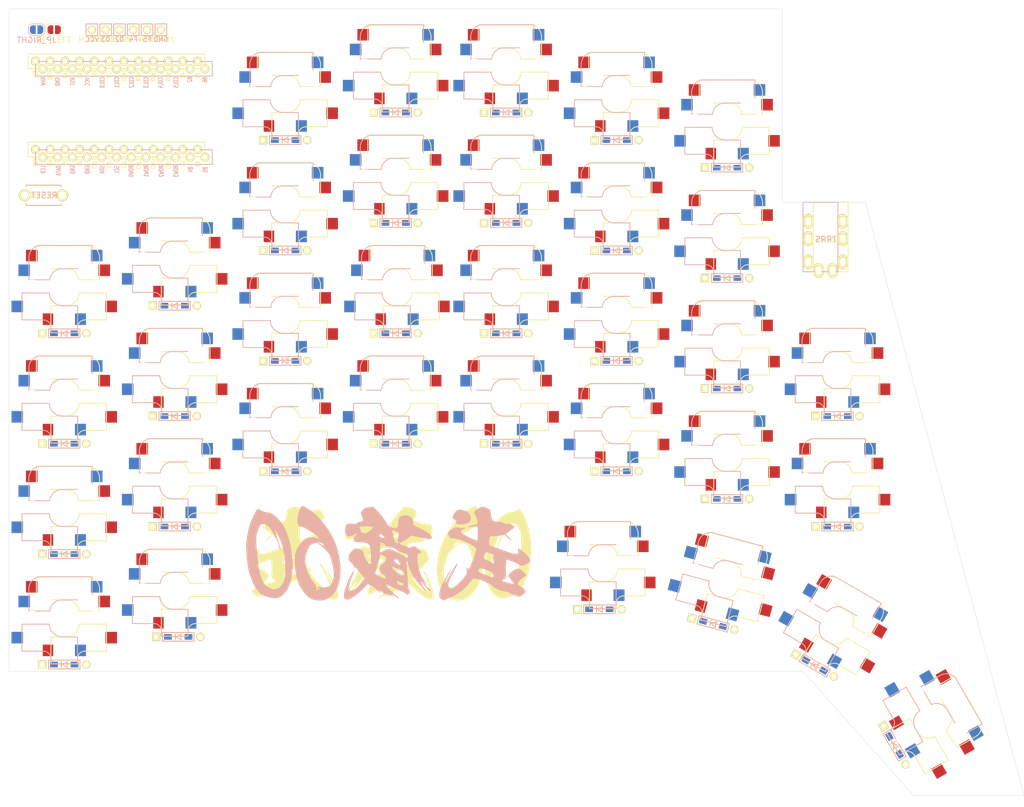
<source format=kicad_pcb>
(kicad_pcb (version 20171130) (host pcbnew 5.1.6)
  (layers (0 F.Cu signal) (31 B.Cu signal) (34 B.Paste user) (35 F.Paste user) (36 B.SilkS user) (37 F.SilkS user) (38 B.Mask user hide) (39 F.Mask user hide) (44 Edge.Cuts user))
  (net 0 "")
  (net 1 B1)
  (net 2 "Net-(D_A3-Pad2)")
  (net 3 "Net-(D_A4-Pad2)")
  (net 4 B3)
  (net 5 F6)
  (net 6 "Net-(D_B1-Pad2)")
  (net 7 "Net-(D_B2-Pad2)")
  (net 8 F7)
  (net 9 "Net-(D_B3-Pad2)")
  (net 10 "Net-(D_B4-Pad2)")
  (net 11 D1)
  (net 12 D0)
  (net 13 RST)
  (net 14 GND)
  (net 15 "Net-(U1-Pad24)")
  (net 16 VCC)
  (net 17 B2)
  (net 18 "Net-(D_A5-Pad2)")
  (net 19 "Net-(D_B5-Pad2)")
  (net 20 "Net-(D_C1-Pad2)")
  (net 21 "Net-(D_C2-Pad2)")
  (net 22 "Net-(D_C3-Pad2)")
  (net 23 "Net-(D_C4-Pad2)")
  (net 24 "Net-(D_C5-Pad2)")
  (net 25 D4)
  (net 26 "Net-(D_D1-Pad2)")
  (net 27 "Net-(D_D2-Pad2)")
  (net 28 "Net-(D_D3-Pad2)")
  (net 29 "Net-(D_D4-Pad2)")
  (net 30 "Net-(D_D5-Pad2)")
  (net 31 "Net-(D_E1-Pad2)")
  (net 32 "Net-(D_E2-Pad2)")
  (net 33 "Net-(D_E3-Pad2)")
  (net 34 "Net-(D_E4-Pad2)")
  (net 35 "Net-(D_F1-Pad2)")
  (net 36 "Net-(D_F2-Pad2)")
  (net 37 "Net-(D_F3-Pad2)")
  (net 38 "Net-(D_F4-Pad2)")
  (net 39 "Net-(D_G2-Pad2)")
  (net 40 "Net-(D_G3-Pad2)")
  (net 41 "Net-(D_G4-Pad2)")
  (net 42 "Net-(D_G5-Pad2)")
  (net 43 "Net-(D_H2-Pad2)")
  (net 44 "Net-(D_H3-Pad2)")
  (net 45 "Net-(D_H4-Pad2)")
  (net 46 "Net-(D_H5-Pad2)")
  (net 47 C6)
  (net 48 D7)
  (net 49 E6)
  (net 50 B4)
  (net 51 B5)
  (net 52 D2)
  (net 53 D3)
  (net 54 F4)
  (net 55 F5)
  (net 56 "Net-(J1-PadA)")
  (net 57 B6)
  (module local:musashi60-silk (layer B.Cu) (at 79.77221 108.34733 180)
    (fp_text reference G_LOGO_B hide)
    (fp_text value LOGO hide)
  )
  (module local:musashi60-silk (layer F.Cu) (at 79.77221 108.34733)
    (fp_text reference G_LOGO_F hide)
    (fp_text value LOGO hide)
  )
  (module foostan:MJ-4PP-9 (layer F.Cu) (at 155.97253 47.6252)
    (fp_text reference J1)
    (fp_text value MJ-4PP-9 hide)
    (fp_text user TRRS (at -0.8255 6.4135) (layer B.SilkS) (effects (justify mirror)))
    (fp_text user TRRS (at -0.75 6.45) (layer F.SilkS))
    (pad "" np_thru_hole circle (at -1.75 8.5) (size 1.2 1.2) (drill 1.2) (layers *.Cu *.Mask F.SilkS))
    (pad "" np_thru_hole circle (at -1.75 1.5) (size 1.2 1.2) (drill 1.2) (layers *.Cu *.Mask F.SilkS))
    (pad D thru_hole oval (at -3.85 10.3) (size 1.7 2.5) (drill oval 1 1.5) (layers *.Cu *.Mask F.SilkS) (net 16 VCC) (clearance 0.15))
    (pad A thru_hole oval (at 0.35 11.8) (size 1.7 2.5) (drill oval 1 1.5) (layers *.Cu *.Mask F.SilkS) (net 56 "Net-(J1-PadA)") (clearance 0.15))
    (pad B thru_hole oval (at -3.85 3.3) (size 1.7 2.5) (drill oval 1 1.5) (layers *.Cu *.Mask F.SilkS) (net 52 D2))
    (pad C thru_hole oval (at -3.85 6.3) (size 1.7 2.5) (drill oval 1 1.5) (layers *.Cu *.Mask F.SilkS) (net 14 GND))
    (pad "" np_thru_hole circle (at 0 1.5) (size 1.2 1.2) (drill 1.2) (layers *.Cu *.Mask F.SilkS))
    (pad "" np_thru_hole circle (at 0 8.5) (size 1.2 1.2) (drill 1.2) (layers *.Cu *.Mask F.SilkS))
    (pad B thru_hole oval (at 2.1 3.3) (size 1.7 2.5) (drill oval 1 1.5) (layers *.Cu *.Mask F.SilkS) (net 52 D2))
    (pad C thru_hole oval (at 2.1 6.3) (size 1.7 2.5) (drill oval 1 1.5) (layers *.Cu *.Mask F.SilkS) (net 14 GND))
    (pad D thru_hole oval (at 2.1 10.3) (size 1.7 2.5) (drill oval 1 1.5) (layers *.Cu *.Mask F.SilkS) (net 16 VCC) (clearance 0.15))
    (pad A thru_hole oval (at -2.1 11.8) (size 1.7 2.5) (drill oval 1 1.5) (layers *.Cu *.Mask F.SilkS) (net 56 "Net-(J1-PadA)") (clearance 0.15))
  )
  (module foostan:D3_TH_SMD (layer F.Cu) (at 119.063 36.90953)
    (fp_text reference D_C1 hide)
    (fp_text value D hide)
    (pad 2 smd rect (at 1.775 0) (size 1.3 0.95) (layers F.Cu F.Paste F.Mask) (net 20 "Net-(D_C1-Pad2)"))
    (pad 2 thru_hole circle (at 3.81 0) (size 1.397 1.397) (drill 0.8128) (layers *.Cu *.Mask F.SilkS) (net 20 "Net-(D_C1-Pad2)"))
    (pad 1 thru_hole rect (at -3.81 0) (size 1.397 1.397) (drill 0.8128) (layers *.Cu *.Mask F.SilkS) (net 5 F6))
    (pad 1 smd rect (at -1.775 0) (size 1.3 0.95) (layers B.Cu B.Paste B.Mask) (net 5 F6))
    (pad 2 smd rect (at 1.775 0) (size 1.3 0.95) (layers B.Cu B.Paste B.Mask) (net 20 "Net-(D_C1-Pad2)"))
    (pad 1 smd rect (at -1.775 0) (size 1.3 0.95) (layers F.Cu F.Paste F.Mask) (net 5 F6))
  )
  (module foostan:CherryMX_Choc_Hotswap (layer F.Cu) (at 119.06258 28.57502)
    (fp_text reference SW_C1 hide)
    (fp_text value SW_PUSH hide)
    (pad 1 smd rect (at -5.6 -5.08 180) (size 2 2) (layers F.Cu F.Paste F.Mask) (net 25 D4))
    (pad "" np_thru_hole circle (at 3.81 -2.54 180) (size 3 3) (drill 3) (layers *.Cu *.Mask))
    (pad "" np_thru_hole circle (at -2.54 -5.08 180) (size 3 3) (drill 3) (layers *.Cu *.Mask))
    (pad 2 smd rect (at 6.9 -2.54 180) (size 2 2) (layers F.Cu F.Paste F.Mask) (net 20 "Net-(D_C1-Pad2)"))
    (pad "" np_thru_hole circle (at 5 3.7 270) (size 3 3) (drill 3) (layers *.Cu *.Mask))
    (pad 2 smd rect (at -2.8 5.9 180) (size 1.8 2) (layers F.Cu F.Paste F.Mask) (net 20 "Net-(D_C1-Pad2)"))
    (pad 1 smd rect (at 8.1 3.7 180) (size 2 2) (layers F.Cu F.Paste F.Mask) (net 25 D4))
    (pad 1 smd rect (at -8.1 3.7 180) (size 2 2) (layers B.Cu B.Paste B.Mask) (net 25 D4))
    (pad 2 smd rect (at 2.8 5.9 180) (size 1.9 2) (layers B.Cu B.Paste B.Mask) (net 20 "Net-(D_C1-Pad2)"))
    (pad "" np_thru_hole circle (at -5 3.7 90) (size 3 3) (drill 3) (layers *.Cu *.Mask))
    (pad "" np_thru_hole circle (at 0 5.9 90) (size 3 3) (drill 3) (layers *.Cu *.Mask))
    (pad 1 smd rect (at -6.9 -2.54 180) (size 2 2) (layers B.Cu B.Paste B.Mask) (net 25 D4))
    (pad "" np_thru_hole circle (at 2.54 -5.08 180) (size 3 3) (drill 3) (layers *.Cu *.Mask))
    (pad "" np_thru_hole circle (at 0 0 90) (size 4 4) (drill 4) (layers *.Cu *.Mask))
    (pad "" np_thru_hole circle (at -5.5 0 90) (size 1.9 1.9) (drill 1.9) (layers *.Cu *.Mask))
    (pad "" np_thru_hole circle (at 5.5 0 90) (size 1.9 1.9) (drill 1.9) (layers *.Cu *.Mask))
    (pad "" np_thru_hole circle (at 5.08 0) (size 1.7 1.7) (drill 1.7) (layers *.Cu *.Mask))
    (pad "" np_thru_hole circle (at -5.08 0) (size 1.7 1.7) (drill 1.7) (layers *.Cu *.Mask))
    (pad "" np_thru_hole circle (at -3.81 -2.54 180) (size 3 3) (drill 3) (layers *.Cu *.Mask))
    (pad 2 smd rect (at 5.6 -5.08 180) (size 2 2) (layers B.Cu B.Paste B.Mask) (net 20 "Net-(D_C1-Pad2)"))
  )
  (module foostan:CherryMX_Choc_Hotswap (layer F.Cu) (at 138.1125 90.4875)
    (fp_text reference SW_B4 hide)
    (fp_text value SW_PUSH hide)
    (pad 1 smd rect (at -5.6 -5.08 180) (size 2 2) (layers F.Cu F.Paste F.Mask) (net 12 D0))
    (pad "" np_thru_hole circle (at 3.81 -2.54 180) (size 3 3) (drill 3) (layers *.Cu *.Mask))
    (pad "" np_thru_hole circle (at -2.54 -5.08 180) (size 3 3) (drill 3) (layers *.Cu *.Mask))
    (pad 2 smd rect (at 6.9 -2.54 180) (size 2 2) (layers F.Cu F.Paste F.Mask) (net 10 "Net-(D_B4-Pad2)"))
    (pad "" np_thru_hole circle (at 5 3.7 270) (size 3 3) (drill 3) (layers *.Cu *.Mask))
    (pad 2 smd rect (at -2.8 5.9 180) (size 1.8 2) (layers F.Cu F.Paste F.Mask) (net 10 "Net-(D_B4-Pad2)"))
    (pad 1 smd rect (at 8.1 3.7 180) (size 2 2) (layers F.Cu F.Paste F.Mask) (net 12 D0))
    (pad 1 smd rect (at -8.1 3.7 180) (size 2 2) (layers B.Cu B.Paste B.Mask) (net 12 D0))
    (pad 2 smd rect (at 2.8 5.9 180) (size 1.9 2) (layers B.Cu B.Paste B.Mask) (net 10 "Net-(D_B4-Pad2)"))
    (pad "" np_thru_hole circle (at -5 3.7 90) (size 3 3) (drill 3) (layers *.Cu *.Mask))
    (pad "" np_thru_hole circle (at 0 5.9 90) (size 3 3) (drill 3) (layers *.Cu *.Mask))
    (pad 1 smd rect (at -6.9 -2.54 180) (size 2 2) (layers B.Cu B.Paste B.Mask) (net 12 D0))
    (pad "" np_thru_hole circle (at 2.54 -5.08 180) (size 3 3) (drill 3) (layers *.Cu *.Mask))
    (pad "" np_thru_hole circle (at 0 0 90) (size 4 4) (drill 4) (layers *.Cu *.Mask))
    (pad "" np_thru_hole circle (at -5.5 0 90) (size 1.9 1.9) (drill 1.9) (layers *.Cu *.Mask))
    (pad "" np_thru_hole circle (at 5.5 0 90) (size 1.9 1.9) (drill 1.9) (layers *.Cu *.Mask))
    (pad "" np_thru_hole circle (at 5.08 0) (size 1.7 1.7) (drill 1.7) (layers *.Cu *.Mask))
    (pad "" np_thru_hole circle (at -5.08 0) (size 1.7 1.7) (drill 1.7) (layers *.Cu *.Mask))
    (pad "" np_thru_hole circle (at -3.81 -2.54 180) (size 3 3) (drill 3) (layers *.Cu *.Mask))
    (pad 2 smd rect (at 5.6 -5.08 180) (size 2 2) (layers B.Cu B.Paste B.Mask) (net 10 "Net-(D_B4-Pad2)"))
  )
  (module foostan:D3_TH_SMD (layer F.Cu) (at 157.1625 84.534375)
    (fp_text reference D_A3 hide)
    (fp_text value D hide)
    (pad 1 smd rect (at -1.775 0) (size 1.3 0.95) (layers F.Cu F.Paste F.Mask) (net 1 B1))
    (pad 2 smd rect (at 1.775 0) (size 1.3 0.95) (layers B.Cu B.Paste B.Mask) (net 2 "Net-(D_A3-Pad2)"))
    (pad 1 smd rect (at -1.775 0) (size 1.3 0.95) (layers B.Cu B.Paste B.Mask) (net 1 B1))
    (pad 1 thru_hole rect (at -3.81 0) (size 1.397 1.397) (drill 0.8128) (layers *.Cu *.Mask F.SilkS) (net 1 B1))
    (pad 2 thru_hole circle (at 3.81 0) (size 1.397 1.397) (drill 0.8128) (layers *.Cu *.Mask F.SilkS) (net 2 "Net-(D_A3-Pad2)"))
    (pad 2 smd rect (at 1.775 0) (size 1.3 0.95) (layers F.Cu F.Paste F.Mask) (net 2 "Net-(D_A3-Pad2)"))
  )
  (module foostan:D3_TH_SMD (layer F.Cu) (at 157.1625 103.584375)
    (fp_text reference D_A4 hide)
    (fp_text value D hide)
    (pad 2 smd rect (at 1.775 0) (size 1.3 0.95) (layers F.Cu F.Paste F.Mask) (net 3 "Net-(D_A4-Pad2)"))
    (pad 2 thru_hole circle (at 3.81 0) (size 1.397 1.397) (drill 0.8128) (layers *.Cu *.Mask F.SilkS) (net 3 "Net-(D_A4-Pad2)"))
    (pad 1 thru_hole rect (at -3.81 0) (size 1.397 1.397) (drill 0.8128) (layers *.Cu *.Mask F.SilkS) (net 4 B3))
    (pad 1 smd rect (at -1.775 0) (size 1.3 0.95) (layers B.Cu B.Paste B.Mask) (net 4 B3))
    (pad 2 smd rect (at 1.775 0) (size 1.3 0.95) (layers B.Cu B.Paste B.Mask) (net 3 "Net-(D_A4-Pad2)"))
    (pad 1 smd rect (at -1.775 0) (size 1.3 0.95) (layers F.Cu F.Paste F.Mask) (net 4 B3))
  )
  (module foostan:D3_TH_SMD (layer F.Cu) (at 138.1125 41.671875)
    (fp_text reference D_B1 hide)
    (fp_text value D hide)
    (pad 1 smd rect (at -1.775 0) (size 1.3 0.95) (layers F.Cu F.Paste F.Mask) (net 5 F6))
    (pad 2 smd rect (at 1.775 0) (size 1.3 0.95) (layers B.Cu B.Paste B.Mask) (net 6 "Net-(D_B1-Pad2)"))
    (pad 1 smd rect (at -1.775 0) (size 1.3 0.95) (layers B.Cu B.Paste B.Mask) (net 5 F6))
    (pad 1 thru_hole rect (at -3.81 0) (size 1.397 1.397) (drill 0.8128) (layers *.Cu *.Mask F.SilkS) (net 5 F6))
    (pad 2 thru_hole circle (at 3.81 0) (size 1.397 1.397) (drill 0.8128) (layers *.Cu *.Mask F.SilkS) (net 6 "Net-(D_B1-Pad2)"))
    (pad 2 smd rect (at 1.775 0) (size 1.3 0.95) (layers F.Cu F.Paste F.Mask) (net 6 "Net-(D_B1-Pad2)"))
  )
  (module foostan:D3_TH_SMD (layer F.Cu) (at 138.1125 60.721875)
    (fp_text reference D_B2 hide)
    (fp_text value D hide)
    (pad 2 smd rect (at 1.775 0) (size 1.3 0.95) (layers F.Cu F.Paste F.Mask) (net 7 "Net-(D_B2-Pad2)"))
    (pad 2 thru_hole circle (at 3.81 0) (size 1.397 1.397) (drill 0.8128) (layers *.Cu *.Mask F.SilkS) (net 7 "Net-(D_B2-Pad2)"))
    (pad 1 thru_hole rect (at -3.81 0) (size 1.397 1.397) (drill 0.8128) (layers *.Cu *.Mask F.SilkS) (net 8 F7))
    (pad 1 smd rect (at -1.775 0) (size 1.3 0.95) (layers B.Cu B.Paste B.Mask) (net 8 F7))
    (pad 2 smd rect (at 1.775 0) (size 1.3 0.95) (layers B.Cu B.Paste B.Mask) (net 7 "Net-(D_B2-Pad2)"))
    (pad 1 smd rect (at -1.775 0) (size 1.3 0.95) (layers F.Cu F.Paste F.Mask) (net 8 F7))
  )
  (module foostan:D3_TH_SMD (layer F.Cu) (at 138.1125 79.771875)
    (fp_text reference D_B3 hide)
    (fp_text value D hide)
    (pad 1 smd rect (at -1.775 0) (size 1.3 0.95) (layers F.Cu F.Paste F.Mask) (net 1 B1))
    (pad 2 smd rect (at 1.775 0) (size 1.3 0.95) (layers B.Cu B.Paste B.Mask) (net 9 "Net-(D_B3-Pad2)"))
    (pad 1 smd rect (at -1.775 0) (size 1.3 0.95) (layers B.Cu B.Paste B.Mask) (net 1 B1))
    (pad 1 thru_hole rect (at -3.81 0) (size 1.397 1.397) (drill 0.8128) (layers *.Cu *.Mask F.SilkS) (net 1 B1))
    (pad 2 thru_hole circle (at 3.81 0) (size 1.397 1.397) (drill 0.8128) (layers *.Cu *.Mask F.SilkS) (net 9 "Net-(D_B3-Pad2)"))
    (pad 2 smd rect (at 1.775 0) (size 1.3 0.95) (layers F.Cu F.Paste F.Mask) (net 9 "Net-(D_B3-Pad2)"))
  )
  (module foostan:D3_TH_SMD (layer F.Cu) (at 138.1125 98.821875)
    (fp_text reference D_B4 hide)
    (fp_text value D hide)
    (pad 2 smd rect (at 1.775 0) (size 1.3 0.95) (layers F.Cu F.Paste F.Mask) (net 10 "Net-(D_B4-Pad2)"))
    (pad 2 thru_hole circle (at 3.81 0) (size 1.397 1.397) (drill 0.8128) (layers *.Cu *.Mask F.SilkS) (net 10 "Net-(D_B4-Pad2)"))
    (pad 1 thru_hole rect (at -3.81 0) (size 1.397 1.397) (drill 0.8128) (layers *.Cu *.Mask F.SilkS) (net 4 B3))
    (pad 1 smd rect (at -1.775 0) (size 1.3 0.95) (layers B.Cu B.Paste B.Mask) (net 4 B3))
    (pad 2 smd rect (at 1.775 0) (size 1.3 0.95) (layers B.Cu B.Paste B.Mask) (net 10 "Net-(D_B4-Pad2)"))
    (pad 1 smd rect (at -1.775 0) (size 1.3 0.95) (layers F.Cu F.Paste F.Mask) (net 4 B3))
  )
  (module foostan:CherryMX_Choc_Hotswap (layer F.Cu) (at 157.1625 76.2)
    (fp_text reference SW_A3 hide)
    (fp_text value SW_PUSH hide)
    (pad 1 smd rect (at -5.6 -5.08 180) (size 2 2) (layers F.Cu F.Paste F.Mask) (net 11 D1))
    (pad "" np_thru_hole circle (at 3.81 -2.54 180) (size 3 3) (drill 3) (layers *.Cu *.Mask))
    (pad "" np_thru_hole circle (at -2.54 -5.08 180) (size 3 3) (drill 3) (layers *.Cu *.Mask))
    (pad 2 smd rect (at 6.9 -2.54 180) (size 2 2) (layers F.Cu F.Paste F.Mask) (net 2 "Net-(D_A3-Pad2)"))
    (pad "" np_thru_hole circle (at 5 3.7 270) (size 3 3) (drill 3) (layers *.Cu *.Mask))
    (pad 2 smd rect (at -2.8 5.9 180) (size 1.8 2) (layers F.Cu F.Paste F.Mask) (net 2 "Net-(D_A3-Pad2)"))
    (pad 1 smd rect (at 8.1 3.7 180) (size 2 2) (layers F.Cu F.Paste F.Mask) (net 11 D1))
    (pad 1 smd rect (at -8.1 3.7 180) (size 2 2) (layers B.Cu B.Paste B.Mask) (net 11 D1))
    (pad 2 smd rect (at 2.8 5.9 180) (size 1.9 2) (layers B.Cu B.Paste B.Mask) (net 2 "Net-(D_A3-Pad2)"))
    (pad "" np_thru_hole circle (at -5 3.7 90) (size 3 3) (drill 3) (layers *.Cu *.Mask))
    (pad "" np_thru_hole circle (at 0 5.9 90) (size 3 3) (drill 3) (layers *.Cu *.Mask))
    (pad 1 smd rect (at -6.9 -2.54 180) (size 2 2) (layers B.Cu B.Paste B.Mask) (net 11 D1))
    (pad "" np_thru_hole circle (at 2.54 -5.08 180) (size 3 3) (drill 3) (layers *.Cu *.Mask))
    (pad "" np_thru_hole circle (at 0 0 90) (size 4 4) (drill 4) (layers *.Cu *.Mask))
    (pad "" np_thru_hole circle (at -5.5 0 90) (size 1.9 1.9) (drill 1.9) (layers *.Cu *.Mask))
    (pad "" np_thru_hole circle (at 5.5 0 90) (size 1.9 1.9) (drill 1.9) (layers *.Cu *.Mask))
    (pad "" np_thru_hole circle (at 5.08 0) (size 1.7 1.7) (drill 1.7) (layers *.Cu *.Mask))
    (pad "" np_thru_hole circle (at -5.08 0) (size 1.7 1.7) (drill 1.7) (layers *.Cu *.Mask))
    (pad "" np_thru_hole circle (at -3.81 -2.54 180) (size 3 3) (drill 3) (layers *.Cu *.Mask))
    (pad 2 smd rect (at 5.6 -5.08 180) (size 2 2) (layers B.Cu B.Paste B.Mask) (net 2 "Net-(D_A3-Pad2)"))
  )
  (module foostan:CherryMX_Choc_Hotswap (layer F.Cu) (at 157.1625 95.25)
    (fp_text reference SW_A4 hide)
    (fp_text value SW_PUSH hide)
    (pad 2 smd rect (at 5.6 -5.08 180) (size 2 2) (layers B.Cu B.Paste B.Mask) (net 3 "Net-(D_A4-Pad2)"))
    (pad "" np_thru_hole circle (at -3.81 -2.54 180) (size 3 3) (drill 3) (layers *.Cu *.Mask))
    (pad "" np_thru_hole circle (at -5.08 0) (size 1.7 1.7) (drill 1.7) (layers *.Cu *.Mask))
    (pad "" np_thru_hole circle (at 5.08 0) (size 1.7 1.7) (drill 1.7) (layers *.Cu *.Mask))
    (pad "" np_thru_hole circle (at 5.5 0 90) (size 1.9 1.9) (drill 1.9) (layers *.Cu *.Mask))
    (pad "" np_thru_hole circle (at -5.5 0 90) (size 1.9 1.9) (drill 1.9) (layers *.Cu *.Mask))
    (pad "" np_thru_hole circle (at 0 0 90) (size 4 4) (drill 4) (layers *.Cu *.Mask))
    (pad "" np_thru_hole circle (at 2.54 -5.08 180) (size 3 3) (drill 3) (layers *.Cu *.Mask))
    (pad 1 smd rect (at -6.9 -2.54 180) (size 2 2) (layers B.Cu B.Paste B.Mask) (net 11 D1))
    (pad "" np_thru_hole circle (at 0 5.9 90) (size 3 3) (drill 3) (layers *.Cu *.Mask))
    (pad "" np_thru_hole circle (at -5 3.7 90) (size 3 3) (drill 3) (layers *.Cu *.Mask))
    (pad 2 smd rect (at 2.8 5.9 180) (size 1.9 2) (layers B.Cu B.Paste B.Mask) (net 3 "Net-(D_A4-Pad2)"))
    (pad 1 smd rect (at -8.1 3.7 180) (size 2 2) (layers B.Cu B.Paste B.Mask) (net 11 D1))
    (pad 1 smd rect (at 8.1 3.7 180) (size 2 2) (layers F.Cu F.Paste F.Mask) (net 11 D1))
    (pad 2 smd rect (at -2.8 5.9 180) (size 1.8 2) (layers F.Cu F.Paste F.Mask) (net 3 "Net-(D_A4-Pad2)"))
    (pad "" np_thru_hole circle (at 5 3.7 270) (size 3 3) (drill 3) (layers *.Cu *.Mask))
    (pad 2 smd rect (at 6.9 -2.54 180) (size 2 2) (layers F.Cu F.Paste F.Mask) (net 3 "Net-(D_A4-Pad2)"))
    (pad "" np_thru_hole circle (at -2.54 -5.08 180) (size 3 3) (drill 3) (layers *.Cu *.Mask))
    (pad "" np_thru_hole circle (at 3.81 -2.54 180) (size 3 3) (drill 3) (layers *.Cu *.Mask))
    (pad 1 smd rect (at -5.6 -5.08 180) (size 2 2) (layers F.Cu F.Paste F.Mask) (net 11 D1))
  )
  (module foostan:CherryMX_Choc_Hotswap (layer F.Cu) (at 138.1125 33.3375)
    (fp_text reference SW_B1 hide)
    (fp_text value SW_PUSH hide)
    (pad 2 smd rect (at 5.6 -5.08 180) (size 2 2) (layers B.Cu B.Paste B.Mask) (net 6 "Net-(D_B1-Pad2)"))
    (pad "" np_thru_hole circle (at -3.81 -2.54 180) (size 3 3) (drill 3) (layers *.Cu *.Mask))
    (pad "" np_thru_hole circle (at -5.08 0) (size 1.7 1.7) (drill 1.7) (layers *.Cu *.Mask))
    (pad "" np_thru_hole circle (at 5.08 0) (size 1.7 1.7) (drill 1.7) (layers *.Cu *.Mask))
    (pad "" np_thru_hole circle (at 5.5 0 90) (size 1.9 1.9) (drill 1.9) (layers *.Cu *.Mask))
    (pad "" np_thru_hole circle (at -5.5 0 90) (size 1.9 1.9) (drill 1.9) (layers *.Cu *.Mask))
    (pad "" np_thru_hole circle (at 0 0 90) (size 4 4) (drill 4) (layers *.Cu *.Mask))
    (pad "" np_thru_hole circle (at 2.54 -5.08 180) (size 3 3) (drill 3) (layers *.Cu *.Mask))
    (pad 1 smd rect (at -6.9 -2.54 180) (size 2 2) (layers B.Cu B.Paste B.Mask) (net 12 D0))
    (pad "" np_thru_hole circle (at 0 5.9 90) (size 3 3) (drill 3) (layers *.Cu *.Mask))
    (pad "" np_thru_hole circle (at -5 3.7 90) (size 3 3) (drill 3) (layers *.Cu *.Mask))
    (pad 2 smd rect (at 2.8 5.9 180) (size 1.9 2) (layers B.Cu B.Paste B.Mask) (net 6 "Net-(D_B1-Pad2)"))
    (pad 1 smd rect (at -8.1 3.7 180) (size 2 2) (layers B.Cu B.Paste B.Mask) (net 12 D0))
    (pad 1 smd rect (at 8.1 3.7 180) (size 2 2) (layers F.Cu F.Paste F.Mask) (net 12 D0))
    (pad 2 smd rect (at -2.8 5.9 180) (size 1.8 2) (layers F.Cu F.Paste F.Mask) (net 6 "Net-(D_B1-Pad2)"))
    (pad "" np_thru_hole circle (at 5 3.7 270) (size 3 3) (drill 3) (layers *.Cu *.Mask))
    (pad 2 smd rect (at 6.9 -2.54 180) (size 2 2) (layers F.Cu F.Paste F.Mask) (net 6 "Net-(D_B1-Pad2)"))
    (pad "" np_thru_hole circle (at -2.54 -5.08 180) (size 3 3) (drill 3) (layers *.Cu *.Mask))
    (pad "" np_thru_hole circle (at 3.81 -2.54 180) (size 3 3) (drill 3) (layers *.Cu *.Mask))
    (pad 1 smd rect (at -5.6 -5.08 180) (size 2 2) (layers F.Cu F.Paste F.Mask) (net 12 D0))
  )
  (module foostan:CherryMX_Choc_Hotswap (layer F.Cu) (at 138.1125 52.3875)
    (fp_text reference SW_B2 hide)
    (fp_text value SW_PUSH hide)
    (pad 1 smd rect (at -5.6 -5.08 180) (size 2 2) (layers F.Cu F.Paste F.Mask) (net 12 D0))
    (pad "" np_thru_hole circle (at 3.81 -2.54 180) (size 3 3) (drill 3) (layers *.Cu *.Mask))
    (pad "" np_thru_hole circle (at -2.54 -5.08 180) (size 3 3) (drill 3) (layers *.Cu *.Mask))
    (pad 2 smd rect (at 6.9 -2.54 180) (size 2 2) (layers F.Cu F.Paste F.Mask) (net 7 "Net-(D_B2-Pad2)"))
    (pad "" np_thru_hole circle (at 5 3.7 270) (size 3 3) (drill 3) (layers *.Cu *.Mask))
    (pad 2 smd rect (at -2.8 5.9 180) (size 1.8 2) (layers F.Cu F.Paste F.Mask) (net 7 "Net-(D_B2-Pad2)"))
    (pad 1 smd rect (at 8.1 3.7 180) (size 2 2) (layers F.Cu F.Paste F.Mask) (net 12 D0))
    (pad 1 smd rect (at -8.1 3.7 180) (size 2 2) (layers B.Cu B.Paste B.Mask) (net 12 D0))
    (pad 2 smd rect (at 2.8 5.9 180) (size 1.9 2) (layers B.Cu B.Paste B.Mask) (net 7 "Net-(D_B2-Pad2)"))
    (pad "" np_thru_hole circle (at -5 3.7 90) (size 3 3) (drill 3) (layers *.Cu *.Mask))
    (pad "" np_thru_hole circle (at 0 5.9 90) (size 3 3) (drill 3) (layers *.Cu *.Mask))
    (pad 1 smd rect (at -6.9 -2.54 180) (size 2 2) (layers B.Cu B.Paste B.Mask) (net 12 D0))
    (pad "" np_thru_hole circle (at 2.54 -5.08 180) (size 3 3) (drill 3) (layers *.Cu *.Mask))
    (pad "" np_thru_hole circle (at 0 0 90) (size 4 4) (drill 4) (layers *.Cu *.Mask))
    (pad "" np_thru_hole circle (at -5.5 0 90) (size 1.9 1.9) (drill 1.9) (layers *.Cu *.Mask))
    (pad "" np_thru_hole circle (at 5.5 0 90) (size 1.9 1.9) (drill 1.9) (layers *.Cu *.Mask))
    (pad "" np_thru_hole circle (at 5.08 0) (size 1.7 1.7) (drill 1.7) (layers *.Cu *.Mask))
    (pad "" np_thru_hole circle (at -5.08 0) (size 1.7 1.7) (drill 1.7) (layers *.Cu *.Mask))
    (pad "" np_thru_hole circle (at -3.81 -2.54 180) (size 3 3) (drill 3) (layers *.Cu *.Mask))
    (pad 2 smd rect (at 5.6 -5.08 180) (size 2 2) (layers B.Cu B.Paste B.Mask) (net 7 "Net-(D_B2-Pad2)"))
  )
  (module foostan:CherryMX_Choc_Hotswap (layer F.Cu) (at 138.1125 71.4375)
    (fp_text reference SW_B3 hide)
    (fp_text value SW_PUSH hide)
    (pad 2 smd rect (at 5.6 -5.08 180) (size 2 2) (layers B.Cu B.Paste B.Mask) (net 9 "Net-(D_B3-Pad2)"))
    (pad "" np_thru_hole circle (at -3.81 -2.54 180) (size 3 3) (drill 3) (layers *.Cu *.Mask))
    (pad "" np_thru_hole circle (at -5.08 0) (size 1.7 1.7) (drill 1.7) (layers *.Cu *.Mask))
    (pad "" np_thru_hole circle (at 5.08 0) (size 1.7 1.7) (drill 1.7) (layers *.Cu *.Mask))
    (pad "" np_thru_hole circle (at 5.5 0 90) (size 1.9 1.9) (drill 1.9) (layers *.Cu *.Mask))
    (pad "" np_thru_hole circle (at -5.5 0 90) (size 1.9 1.9) (drill 1.9) (layers *.Cu *.Mask))
    (pad "" np_thru_hole circle (at 0 0 90) (size 4 4) (drill 4) (layers *.Cu *.Mask))
    (pad "" np_thru_hole circle (at 2.54 -5.08 180) (size 3 3) (drill 3) (layers *.Cu *.Mask))
    (pad 1 smd rect (at -6.9 -2.54 180) (size 2 2) (layers B.Cu B.Paste B.Mask) (net 12 D0))
    (pad "" np_thru_hole circle (at 0 5.9 90) (size 3 3) (drill 3) (layers *.Cu *.Mask))
    (pad "" np_thru_hole circle (at -5 3.7 90) (size 3 3) (drill 3) (layers *.Cu *.Mask))
    (pad 2 smd rect (at 2.8 5.9 180) (size 1.9 2) (layers B.Cu B.Paste B.Mask) (net 9 "Net-(D_B3-Pad2)"))
    (pad 1 smd rect (at -8.1 3.7 180) (size 2 2) (layers B.Cu B.Paste B.Mask) (net 12 D0))
    (pad 1 smd rect (at 8.1 3.7 180) (size 2 2) (layers F.Cu F.Paste F.Mask) (net 12 D0))
    (pad 2 smd rect (at -2.8 5.9 180) (size 1.8 2) (layers F.Cu F.Paste F.Mask) (net 9 "Net-(D_B3-Pad2)"))
    (pad "" np_thru_hole circle (at 5 3.7 270) (size 3 3) (drill 3) (layers *.Cu *.Mask))
    (pad 2 smd rect (at 6.9 -2.54 180) (size 2 2) (layers F.Cu F.Paste F.Mask) (net 9 "Net-(D_B3-Pad2)"))
    (pad "" np_thru_hole circle (at -2.54 -5.08 180) (size 3 3) (drill 3) (layers *.Cu *.Mask))
    (pad "" np_thru_hole circle (at 3.81 -2.54 180) (size 3 3) (drill 3) (layers *.Cu *.Mask))
    (pad 1 smd rect (at -5.6 -5.08 180) (size 2 2) (layers F.Cu F.Paste F.Mask) (net 12 D0))
  )
  (module foostan:ResetSW (layer F.Cu) (at 20.24071 46.43457)
    (fp_text reference SW_RST1 hide)
    (fp_text value SW_PUSH)
    (fp_text user RESET (at 0.127 0) (layer B.SilkS) (effects (justify mirror)))
    (fp_text user RESET (at 0 0) (layer F.SilkS))
    (pad 1 thru_hole circle (at 3.25 0) (size 2 2) (drill 1.3) (layers *.Cu *.Mask F.SilkS) (net 14 GND))
    (pad 2 thru_hole circle (at -3.25 0) (size 2 2) (drill 1.3) (layers *.Cu *.Mask F.SilkS) (net 13 RST))
  )
  (module foostan:ProMicro_v2 (layer F.Cu) (at 33.33764 30.95625 90)
    (fp_text reference U1 hide)
    (fp_text value ProMicro_r hide)
    (fp_text user RAW (at 4.191 -13.1445 90) (layer B.SilkS) (effects (font (size 0.75 0.5) (thickness 0.125)) (justify mirror)))
    (fp_text user LED (at -11.049 -13.1445 90) (layer B.SilkS) (effects (font (size 0.75 0.5) (thickness 0.125)) (justify mirror)))
    (fp_text user GND (at 4.1275 -10.668 90) (layer B.SilkS) (effects (font (size 0.75 0.5) (thickness 0.125)) (justify mirror)))
    (fp_text user DATA (at -11.2 -10.5 90) (layer B.SilkS) (effects (font (size 0.75 0.5) (thickness 0.125)) (justify mirror)))
    (fp_text user RST (at 4.191 -8.0645 90) (layer B.SilkS) (effects (font (size 0.75 0.5) (thickness 0.125)) (justify mirror)))
    (fp_text user GND (at -11.049 -8.0645 90) (layer B.SilkS) (effects (font (size 0.75 0.5) (thickness 0.125)) (justify mirror)))
    (fp_text user VCC (at 4.1275 -5.5245 90) (layer B.SilkS) (effects (font (size 0.75 0.5) (thickness 0.125)) (justify mirror)))
    (fp_text user GND (at -11.049 -5.5245 90) (layer B.SilkS) (effects (font (size 0.75 0.5) (thickness 0.125)) (justify mirror)))
    (fp_text user COL3 (at 4 4.6 90) (layer B.SilkS) (effects (font (size 0.75 0.5) (thickness 0.125)) (justify mirror)))
    (fp_text user ROW0 (at -11.3 2.032 90) (layer B.SilkS) (effects (font (size 0.75 0.5) (thickness 0.125)) (justify mirror)))
    (fp_text user COL2 (at 4 2.1 90) (layer B.SilkS) (effects (font (size 0.75 0.5) (thickness 0.125)) (justify mirror)))
    (fp_text user SCL (at -11.049 -0.4445 90) (layer B.SilkS) (effects (font (size 0.75 0.5) (thickness 0.125)) (justify mirror)))
    (fp_text user COL1 (at 4 -0.4445 90) (layer B.SilkS) (effects (font (size 0.75 0.5) (thickness 0.125)) (justify mirror)))
    (fp_text user SDA (at -11.049 -2.9845 90) (layer B.SilkS) (effects (font (size 0.75 0.5) (thickness 0.125)) (justify mirror)))
    (fp_text user COL0 (at 4 -2.95 90) (layer B.SilkS) (effects (font (size 0.75 0.5) (thickness 0.125)) (justify mirror)))
    (fp_text user B6 (at 4.445 14.732 90) (layer B.SilkS) (effects (font (size 0.75 0.5) (thickness 0.125)) (justify mirror)))
    (fp_text user B5 (at -11.049 14.7955 90) (layer B.SilkS) (effects (font (size 0.75 0.5) (thickness 0.125)) (justify mirror)))
    (fp_text user B4 (at -11.049 12.2555 90) (layer B.SilkS) (effects (font (size 0.75 0.5) (thickness 0.125)) (justify mirror)))
    (fp_text user B2 (at 4.5085 12.1285 90) (layer B.SilkS) (effects (font (size 0.75 0.5) (thickness 0.125)) (justify mirror)))
    (fp_text user ROW3 (at -11.3 9.75 90) (layer B.SilkS) (effects (font (size 0.75 0.5) (thickness 0.125)) (justify mirror)))
    (fp_text user COL5 (at 4 9.75 90) (layer B.SilkS) (effects (font (size 0.75 0.5) (thickness 0.125)) (justify mirror)))
    (fp_text user ROW2 (at -11.3 7.239 90) (layer B.SilkS) (effects (font (size 0.75 0.5) (thickness 0.125)) (justify mirror)))
    (fp_text user COL4 (at 3.95 7.112 90) (layer B.SilkS) (effects (font (size 0.75 0.5) (thickness 0.125)) (justify mirror)))
    (fp_text user ROW1 (at -11.3 4.6355 90) (layer B.SilkS) (effects (font (size 0.75 0.5) (thickness 0.125)) (justify mirror)))
    (fp_text user ROW1 (at 5.25 3.302 90) (layer F.SilkS) (effects (font (size 0.75 0.5) (thickness 0.125))))
    (fp_text user COL4 (at -9.95 5.85 90) (layer F.SilkS) (effects (font (size 0.75 0.5) (thickness 0.125))))
    (fp_text user ROW2 (at 5.2 5.85 90) (layer F.SilkS) (effects (font (size 0.75 0.5) (thickness 0.125))))
    (fp_text user COL5 (at -9.95 8.4455 90) (layer F.SilkS) (effects (font (size 0.75 0.5) (thickness 0.125))))
    (fp_text user ROW3 (at 5.2 8.4455 90) (layer F.SilkS) (effects (font (size 0.75 0.5) (thickness 0.125))))
    (fp_text user B2 (at -9.95 10.95 90) (layer F.SilkS) (effects (font (size 0.75 0.5) (thickness 0.125))))
    (fp_text user B4 (at 5.2 10.922 90) (layer F.SilkS) (effects (font (size 0.75 0.5) (thickness 0.125))))
    (fp_text user B5 (at 5.2 13.5255 90) (layer F.SilkS) (effects (font (size 0.75 0.5) (thickness 0.125))))
    (fp_text user B6 (at -10.05 13.5 90) (layer F.SilkS) (effects (font (size 0.75 0.5) (thickness 0.125))))
    (fp_text user COL0 (at -9.9 -4.3 90) (layer F.SilkS) (effects (font (size 0.75 0.5) (thickness 0.125))))
    (fp_text user SDA (at 5.461 -4.318 90) (layer F.SilkS) (effects (font (size 0.75 0.5) (thickness 0.125))))
    (fp_text user COL1 (at -9.85 -1.778 90) (layer F.SilkS) (effects (font (size 0.75 0.5) (thickness 0.125))))
    (fp_text user SCL (at 5.461 -1.778 90) (layer F.SilkS) (effects (font (size 0.75 0.5) (thickness 0.125))))
    (fp_text user COL2 (at -9.9 0.762 90) (layer F.SilkS) (effects (font (size 0.75 0.5) (thickness 0.125))))
    (fp_text user ROW0 (at 5.2 0.8 90) (layer F.SilkS) (effects (font (size 0.75 0.5) (thickness 0.125))))
    (fp_text user COL3 (at -10 3.35 90) (layer F.SilkS) (effects (font (size 0.75 0.5) (thickness 0.125))))
    (fp_text user GND (at 5.461 -6.7945 90) (layer F.SilkS) (effects (font (size 0.75 0.5) (thickness 0.125))))
    (fp_text user VCC (at -9.7155 -6.858 90) (layer F.SilkS) (effects (font (size 0.75 0.5) (thickness 0.125))))
    (fp_text user GND (at 5.5245 -9.3345 90) (layer F.SilkS) (effects (font (size 0.75 0.5) (thickness 0.125))))
    (fp_text user RST (at -9.7155 -9.3345 90) (layer F.SilkS) (effects (font (size 0.75 0.5) (thickness 0.125))))
    (fp_text user DATA (at 5.35 -11.95 90) (layer F.SilkS) (effects (font (size 0.75 0.5) (thickness 0.125))))
    (fp_text user GND (at -9.7155 -11.938 90) (layer F.SilkS) (effects (font (size 0.75 0.5) (thickness 0.125))))
    (fp_text user LED (at 5.5 -14.478 90) (layer F.SilkS) (effects (font (size 0.75 0.5) (thickness 0.125))))
    (fp_text user RAW (at -9.7155 -14.478 90) (layer F.SilkS) (effects (font (size 0.75 0.5) (thickness 0.125))))
    (fp_text user "" (at -1.2065 -16.256 90) (layer B.SilkS) (effects (justify mirror)))
    (fp_text user "" (at -0.5 -17.25 90) (layer F.SilkS))
    (pad 24 thru_hole circle (at -7.5636 -14.478 90) (size 1.524 1.524) (drill 0.8128) (layers *.Cu *.Mask F.SilkS) (net 15 "Net-(U1-Pad24)"))
    (pad 23 thru_hole circle (at -7.5636 -11.938 90) (size 1.524 1.524) (drill 0.8128) (layers *.Cu *.Mask F.SilkS) (net 14 GND))
    (pad 22 thru_hole circle (at -7.5636 -9.398 90) (size 1.524 1.524) (drill 0.8128) (layers *.Cu *.Mask F.SilkS) (net 13 RST))
    (pad 21 thru_hole circle (at -7.5636 -6.858 90) (size 1.524 1.524) (drill 0.8128) (layers *.Cu *.Mask F.SilkS) (net 16 VCC))
    (pad 20 thru_hole circle (at -7.5636 -4.318 90) (size 1.524 1.524) (drill 0.8128) (layers *.Cu *.Mask F.SilkS) (net 54 F4))
    (pad 19 thru_hole circle (at -7.5636 -1.778 90) (size 1.524 1.524) (drill 0.8128) (layers *.Cu *.Mask F.SilkS) (net 55 F5))
    (pad 18 thru_hole circle (at -7.5636 0.762 90) (size 1.524 1.524) (drill 0.8128) (layers *.Cu *.Mask F.SilkS) (net 5 F6))
    (pad 17 thru_hole circle (at -7.5636 3.302 90) (size 1.524 1.524) (drill 0.8128) (layers *.Cu *.Mask F.SilkS) (net 8 F7))
    (pad 16 thru_hole circle (at -7.5636 5.842 90) (size 1.524 1.524) (drill 0.8128) (layers *.Cu *.Mask F.SilkS) (net 1 B1))
    (pad 15 thru_hole circle (at -7.5636 8.382 90) (size 1.524 1.524) (drill 0.8128) (layers *.Cu *.Mask F.SilkS) (net 4 B3))
    (pad 14 thru_hole circle (at -7.5636 10.922 90) (size 1.524 1.524) (drill 0.8128) (layers *.Cu *.Mask F.SilkS) (net 17 B2))
    (pad 13 thru_hole circle (at -7.5636 13.462 90) (size 1.524 1.524) (drill 0.8128) (layers *.Cu *.Mask F.SilkS) (net 57 B6))
    (pad 12 thru_hole circle (at 7.6564 13.462 90) (size 1.524 1.524) (drill 0.8128) (layers *.Cu *.Mask F.SilkS) (net 51 B5))
    (pad 11 thru_hole circle (at 7.6564 10.922 90) (size 1.524 1.524) (drill 0.8128) (layers *.Cu *.Mask F.SilkS) (net 50 B4))
    (pad 10 thru_hole circle (at 7.6564 8.382 90) (size 1.524 1.524) (drill 0.8128) (layers *.Cu *.Mask F.SilkS) (net 49 E6))
    (pad 9 thru_hole circle (at 7.6564 5.842 90) (size 1.524 1.524) (drill 0.8128) (layers *.Cu *.Mask F.SilkS) (net 48 D7))
    (pad 8 thru_hole circle (at 7.6564 3.302 90) (size 1.524 1.524) (drill 0.8128) (layers *.Cu *.Mask F.SilkS) (net 47 C6))
    (pad 7 thru_hole circle (at 7.6564 0.762 90) (size 1.524 1.524) (drill 0.8128) (layers *.Cu *.Mask F.SilkS) (net 25 D4))
    (pad 6 thru_hole circle (at 7.6564 -1.778 90) (size 1.524 1.524) (drill 0.8128) (layers *.Cu *.Mask F.SilkS) (net 12 D0))
    (pad 5 thru_hole circle (at 7.6564 -4.318 90) (size 1.524 1.524) (drill 0.8128) (layers *.Cu *.Mask F.SilkS) (net 11 D1))
    (pad 4 thru_hole circle (at 7.6564 -6.858 90) (size 1.524 1.524) (drill 0.8128) (layers *.Cu *.Mask F.SilkS) (net 14 GND))
    (pad 3 thru_hole circle (at 7.6564 -9.398 90) (size 1.524 1.524) (drill 0.8128) (layers *.Cu *.Mask F.SilkS) (net 14 GND))
    (pad 2 thru_hole circle (at 7.6564 -11.938 90) (size 1.524 1.524) (drill 0.8128) (layers *.Cu *.Mask F.SilkS) (net 52 D2))
    (pad 1 thru_hole circle (at 7.6564 -14.478 90) (size 1.524 1.524) (drill 0.8128) (layers *.Cu *.Mask F.SilkS) (net 53 D3))
    (pad 1 thru_hole circle (at -8.89 -13.208 90) (size 1.524 1.524) (drill 0.8128) (layers *.Cu *.Mask F.SilkS) (net 53 D3))
    (pad 2 thru_hole circle (at -8.89 -10.668 90) (size 1.524 1.524) (drill 0.8128) (layers *.Cu *.Mask F.SilkS) (net 52 D2))
    (pad 3 thru_hole circle (at -8.89 -8.128 90) (size 1.524 1.524) (drill 0.8128) (layers *.Cu *.Mask F.SilkS) (net 14 GND))
    (pad 4 thru_hole circle (at -8.89 -5.588 90) (size 1.524 1.524) (drill 0.8128) (layers *.Cu *.Mask F.SilkS) (net 14 GND))
    (pad 5 thru_hole circle (at -8.89 -3.048 90) (size 1.524 1.524) (drill 0.8128) (layers *.Cu *.Mask F.SilkS) (net 11 D1))
    (pad 6 thru_hole circle (at -8.89 -0.508 90) (size 1.524 1.524) (drill 0.8128) (layers *.Cu *.Mask F.SilkS) (net 12 D0))
    (pad 7 thru_hole circle (at -8.89 2.032 90) (size 1.524 1.524) (drill 0.8128) (layers *.Cu *.Mask F.SilkS) (net 25 D4))
    (pad 8 thru_hole circle (at -8.89 4.572 90) (size 1.524 1.524) (drill 0.8128) (layers *.Cu *.Mask F.SilkS) (net 47 C6))
    (pad 9 thru_hole circle (at -8.89 7.112 90) (size 1.524 1.524) (drill 0.8128) (layers *.Cu *.Mask F.SilkS) (net 48 D7))
    (pad 10 thru_hole circle (at -8.89 9.652 90) (size 1.524 1.524) (drill 0.8128) (layers *.Cu *.Mask F.SilkS) (net 49 E6))
    (pad 11 thru_hole circle (at -8.89 12.192 90) (size 1.524 1.524) (drill 0.8128) (layers *.Cu *.Mask F.SilkS) (net 50 B4))
    (pad 12 thru_hole circle (at -8.89 14.732 90) (size 1.524 1.524) (drill 0.8128) (layers *.Cu *.Mask F.SilkS) (net 51 B5))
    (pad 13 thru_hole circle (at 6.35 14.732 90) (size 1.524 1.524) (drill 0.8128) (layers *.Cu *.Mask F.SilkS) (net 57 B6))
    (pad 14 thru_hole circle (at 6.35 12.192 90) (size 1.524 1.524) (drill 0.8128) (layers *.Cu *.Mask F.SilkS) (net 17 B2))
    (pad 15 thru_hole circle (at 6.35 9.652 90) (size 1.524 1.524) (drill 0.8128) (layers *.Cu *.Mask F.SilkS) (net 4 B3))
    (pad 16 thru_hole circle (at 6.35 7.112 90) (size 1.524 1.524) (drill 0.8128) (layers *.Cu *.Mask F.SilkS) (net 1 B1))
    (pad 17 thru_hole circle (at 6.35 4.572 90) (size 1.524 1.524) (drill 0.8128) (layers *.Cu *.Mask F.SilkS) (net 8 F7))
    (pad 18 thru_hole circle (at 6.35 2.032 90) (size 1.524 1.524) (drill 0.8128) (layers *.Cu *.Mask F.SilkS) (net 5 F6))
    (pad 19 thru_hole circle (at 6.35 -0.508 90) (size 1.524 1.524) (drill 0.8128) (layers *.Cu *.Mask F.SilkS) (net 55 F5))
    (pad 20 thru_hole circle (at 6.35 -3.048 90) (size 1.524 1.524) (drill 0.8128) (layers *.Cu *.Mask F.SilkS) (net 54 F4))
    (pad 21 thru_hole circle (at 6.35 -5.588 90) (size 1.524 1.524) (drill 0.8128) (layers *.Cu *.Mask F.SilkS) (net 16 VCC))
    (pad 22 thru_hole circle (at 6.35 -8.128 90) (size 1.524 1.524) (drill 0.8128) (layers *.Cu *.Mask F.SilkS) (net 13 RST))
    (pad 23 thru_hole circle (at 6.35 -10.668 90) (size 1.524 1.524) (drill 0.8128) (layers *.Cu *.Mask F.SilkS) (net 14 GND))
    (pad 24 thru_hole circle (at 6.35 -13.208 90) (size 1.524 1.524) (drill 0.8128) (layers *.Cu *.Mask F.SilkS) (net 15 "Net-(U1-Pad24)"))
  )
  (module foostan:D3_TH_SMD (layer F.Cu) (at 166.99133 141.338405 300)
    (fp_text reference D_A5 hide)
    (fp_text value D hide)
    (pad 2 smd rect (at 1.775 0 300) (size 1.3 0.95) (layers F.Cu F.Paste F.Mask) (net 18 "Net-(D_A5-Pad2)"))
    (pad 2 thru_hole circle (at 3.81 0 300) (size 1.397 1.397) (drill 0.8128) (layers *.Cu *.Mask F.SilkS) (net 18 "Net-(D_A5-Pad2)"))
    (pad 1 thru_hole rect (at -3.81 0 300) (size 1.397 1.397) (drill 0.8128) (layers *.Cu *.Mask F.SilkS) (net 17 B2))
    (pad 1 smd rect (at -1.775 0 300) (size 1.3 0.95) (layers B.Cu B.Paste B.Mask) (net 17 B2))
    (pad 2 smd rect (at 1.775 0 300) (size 1.3 0.95) (layers B.Cu B.Paste B.Mask) (net 18 "Net-(D_A5-Pad2)"))
    (pad 1 smd rect (at -1.775 0 300) (size 1.3 0.95) (layers F.Cu F.Paste F.Mask) (net 17 B2))
  )
  (module foostan:D3_TH_SMD (layer F.Cu) (at 153.244705 127.556389 330)
    (fp_text reference D_B5 hide)
    (fp_text value D hide)
    (pad 1 smd rect (at -1.775 0 330) (size 1.3 0.95) (layers F.Cu F.Paste F.Mask) (net 17 B2))
    (pad 2 smd rect (at 1.775 0 330) (size 1.3 0.95) (layers B.Cu B.Paste B.Mask) (net 19 "Net-(D_B5-Pad2)"))
    (pad 1 smd rect (at -1.775 0 330) (size 1.3 0.95) (layers B.Cu B.Paste B.Mask) (net 17 B2))
    (pad 1 thru_hole rect (at -3.81 0 330) (size 1.397 1.397) (drill 0.8128) (layers *.Cu *.Mask F.SilkS) (net 17 B2))
    (pad 2 thru_hole circle (at 3.81 0 330) (size 1.397 1.397) (drill 0.8128) (layers *.Cu *.Mask F.SilkS) (net 19 "Net-(D_B5-Pad2)"))
    (pad 2 smd rect (at 1.775 0 330) (size 1.3 0.95) (layers F.Cu F.Paste F.Mask) (net 19 "Net-(D_B5-Pad2)"))
  )
  (module foostan:D3_TH_SMD (layer F.Cu) (at 119.0625 55.959375)
    (fp_text reference D_C2 hide)
    (fp_text value D hide)
    (pad 2 smd rect (at 1.775 0) (size 1.3 0.95) (layers F.Cu F.Paste F.Mask) (net 21 "Net-(D_C2-Pad2)"))
    (pad 2 thru_hole circle (at 3.81 0) (size 1.397 1.397) (drill 0.8128) (layers *.Cu *.Mask F.SilkS) (net 21 "Net-(D_C2-Pad2)"))
    (pad 1 thru_hole rect (at -3.81 0) (size 1.397 1.397) (drill 0.8128) (layers *.Cu *.Mask F.SilkS) (net 8 F7))
    (pad 1 smd rect (at -1.775 0) (size 1.3 0.95) (layers B.Cu B.Paste B.Mask) (net 8 F7))
    (pad 2 smd rect (at 1.775 0) (size 1.3 0.95) (layers B.Cu B.Paste B.Mask) (net 21 "Net-(D_C2-Pad2)"))
    (pad 1 smd rect (at -1.775 0) (size 1.3 0.95) (layers F.Cu F.Paste F.Mask) (net 8 F7))
  )
  (module foostan:D3_TH_SMD (layer F.Cu) (at 119.0625 75.009375)
    (fp_text reference D_C3 hide)
    (fp_text value D hide)
    (pad 1 smd rect (at -1.775 0) (size 1.3 0.95) (layers F.Cu F.Paste F.Mask) (net 1 B1))
    (pad 2 smd rect (at 1.775 0) (size 1.3 0.95) (layers B.Cu B.Paste B.Mask) (net 22 "Net-(D_C3-Pad2)"))
    (pad 1 smd rect (at -1.775 0) (size 1.3 0.95) (layers B.Cu B.Paste B.Mask) (net 1 B1))
    (pad 1 thru_hole rect (at -3.81 0) (size 1.397 1.397) (drill 0.8128) (layers *.Cu *.Mask F.SilkS) (net 1 B1))
    (pad 2 thru_hole circle (at 3.81 0) (size 1.397 1.397) (drill 0.8128) (layers *.Cu *.Mask F.SilkS) (net 22 "Net-(D_C3-Pad2)"))
    (pad 2 smd rect (at 1.775 0) (size 1.3 0.95) (layers F.Cu F.Paste F.Mask) (net 22 "Net-(D_C3-Pad2)"))
  )
  (module foostan:D3_TH_SMD (layer F.Cu) (at 119.0625 94.059375)
    (fp_text reference D_C4 hide)
    (fp_text value D hide)
    (pad 1 smd rect (at -1.775 0) (size 1.3 0.95) (layers F.Cu F.Paste F.Mask) (net 4 B3))
    (pad 2 smd rect (at 1.775 0) (size 1.3 0.95) (layers B.Cu B.Paste B.Mask) (net 23 "Net-(D_C4-Pad2)"))
    (pad 1 smd rect (at -1.775 0) (size 1.3 0.95) (layers B.Cu B.Paste B.Mask) (net 4 B3))
    (pad 1 thru_hole rect (at -3.81 0) (size 1.397 1.397) (drill 0.8128) (layers *.Cu *.Mask F.SilkS) (net 4 B3))
    (pad 2 thru_hole circle (at 3.81 0) (size 1.397 1.397) (drill 0.8128) (layers *.Cu *.Mask F.SilkS) (net 23 "Net-(D_C4-Pad2)"))
    (pad 2 smd rect (at 1.775 0) (size 1.3 0.95) (layers F.Cu F.Paste F.Mask) (net 23 "Net-(D_C4-Pad2)"))
  )
  (module foostan:D3_TH_SMD (layer F.Cu) (at 135.71542 120.378201 345)
    (fp_text reference D_C5 hide)
    (fp_text value D hide)
    (pad 2 smd rect (at 1.775 0 345) (size 1.3 0.95) (layers F.Cu F.Paste F.Mask) (net 24 "Net-(D_C5-Pad2)"))
    (pad 2 thru_hole circle (at 3.81 0 345) (size 1.397 1.397) (drill 0.8128) (layers *.Cu *.Mask F.SilkS) (net 24 "Net-(D_C5-Pad2)"))
    (pad 1 thru_hole rect (at -3.81 0 345) (size 1.397 1.397) (drill 0.8128) (layers *.Cu *.Mask F.SilkS) (net 17 B2))
    (pad 1 smd rect (at -1.775 0 345) (size 1.3 0.95) (layers B.Cu B.Paste B.Mask) (net 17 B2))
    (pad 2 smd rect (at 1.775 0 345) (size 1.3 0.95) (layers B.Cu B.Paste B.Mask) (net 24 "Net-(D_C5-Pad2)"))
    (pad 1 smd rect (at -1.775 0 345) (size 1.3 0.95) (layers F.Cu F.Paste F.Mask) (net 17 B2))
  )
  (module foostan:CherryMX_Choc_Hotswap (layer F.Cu) (at 173.83198 136.92245 300)
    (fp_text reference SW_A5 hide)
    (fp_text value SW_PUSH hide)
    (pad 2 smd rect (at 5.6 -5.08 120) (size 2 2) (layers B.Cu B.Paste B.Mask) (net 18 "Net-(D_A5-Pad2)"))
    (pad "" np_thru_hole circle (at -3.81 -2.54 120) (size 3 3) (drill 3) (layers *.Cu *.Mask))
    (pad "" np_thru_hole circle (at -5.08 0 300) (size 1.7 1.7) (drill 1.7) (layers *.Cu *.Mask))
    (pad "" np_thru_hole circle (at 5.08 0 300) (size 1.7 1.7) (drill 1.7) (layers *.Cu *.Mask))
    (pad "" np_thru_hole circle (at 5.5 0 30) (size 1.9 1.9) (drill 1.9) (layers *.Cu *.Mask))
    (pad "" np_thru_hole circle (at -5.5 0 30) (size 1.9 1.9) (drill 1.9) (layers *.Cu *.Mask))
    (pad "" np_thru_hole circle (at 0 0 30) (size 4 4) (drill 4) (layers *.Cu *.Mask))
    (pad "" np_thru_hole circle (at 2.54 -5.08 120) (size 3 3) (drill 3) (layers *.Cu *.Mask))
    (pad 1 smd rect (at -6.9 -2.54 120) (size 2 2) (layers B.Cu B.Paste B.Mask) (net 11 D1))
    (pad "" np_thru_hole circle (at 0 5.9 30) (size 3 3) (drill 3) (layers *.Cu *.Mask))
    (pad "" np_thru_hole circle (at -5 3.7 30) (size 3 3) (drill 3) (layers *.Cu *.Mask))
    (pad 2 smd rect (at 2.8 5.9 120) (size 1.9 2) (layers B.Cu B.Paste B.Mask) (net 18 "Net-(D_A5-Pad2)"))
    (pad 1 smd rect (at -8.1 3.7 120) (size 2 2) (layers B.Cu B.Paste B.Mask) (net 11 D1))
    (pad 1 smd rect (at 8.1 3.7 120) (size 2 2) (layers F.Cu F.Paste F.Mask) (net 11 D1))
    (pad 2 smd rect (at -2.8 5.9 120) (size 1.8 2) (layers F.Cu F.Paste F.Mask) (net 18 "Net-(D_A5-Pad2)"))
    (pad "" np_thru_hole circle (at 5 3.7 210) (size 3 3) (drill 3) (layers *.Cu *.Mask))
    (pad 2 smd rect (at 6.9 -2.54 120) (size 2 2) (layers F.Cu F.Paste F.Mask) (net 18 "Net-(D_A5-Pad2)"))
    (pad "" np_thru_hole circle (at -2.54 -5.08 120) (size 3 3) (drill 3) (layers *.Cu *.Mask))
    (pad "" np_thru_hole circle (at 3.81 -2.54 120) (size 3 3) (drill 3) (layers *.Cu *.Mask))
    (pad 1 smd rect (at -5.6 -5.08 120) (size 2 2) (layers F.Cu F.Paste F.Mask) (net 11 D1))
  )
  (module foostan:CherryMX_Choc_Hotswap (layer F.Cu) (at 157.16316 120.338608 330)
    (fp_text reference SW_B5 hide)
    (fp_text value SW_PUSH hide)
    (pad 1 smd rect (at -5.6 -5.08 150) (size 2 2) (layers F.Cu F.Paste F.Mask) (net 12 D0))
    (pad "" np_thru_hole circle (at 3.81 -2.54 150) (size 3 3) (drill 3) (layers *.Cu *.Mask))
    (pad "" np_thru_hole circle (at -2.54 -5.08 150) (size 3 3) (drill 3) (layers *.Cu *.Mask))
    (pad 2 smd rect (at 6.9 -2.54 150) (size 2 2) (layers F.Cu F.Paste F.Mask) (net 19 "Net-(D_B5-Pad2)"))
    (pad "" np_thru_hole circle (at 5 3.7 240) (size 3 3) (drill 3) (layers *.Cu *.Mask))
    (pad 2 smd rect (at -2.8 5.9 150) (size 1.8 2) (layers F.Cu F.Paste F.Mask) (net 19 "Net-(D_B5-Pad2)"))
    (pad 1 smd rect (at 8.1 3.7 150) (size 2 2) (layers F.Cu F.Paste F.Mask) (net 12 D0))
    (pad 1 smd rect (at -8.1 3.7 150) (size 2 2) (layers B.Cu B.Paste B.Mask) (net 12 D0))
    (pad 2 smd rect (at 2.8 5.9 150) (size 1.9 2) (layers B.Cu B.Paste B.Mask) (net 19 "Net-(D_B5-Pad2)"))
    (pad "" np_thru_hole circle (at -5 3.7 60) (size 3 3) (drill 3) (layers *.Cu *.Mask))
    (pad "" np_thru_hole circle (at 0 5.9 60) (size 3 3) (drill 3) (layers *.Cu *.Mask))
    (pad 1 smd rect (at -6.9 -2.54 150) (size 2 2) (layers B.Cu B.Paste B.Mask) (net 12 D0))
    (pad "" np_thru_hole circle (at 2.54 -5.08 150) (size 3 3) (drill 3) (layers *.Cu *.Mask))
    (pad "" np_thru_hole circle (at 0 0 60) (size 4 4) (drill 4) (layers *.Cu *.Mask))
    (pad "" np_thru_hole circle (at -5.5 0 60) (size 1.9 1.9) (drill 1.9) (layers *.Cu *.Mask))
    (pad "" np_thru_hole circle (at 5.5 0 60) (size 1.9 1.9) (drill 1.9) (layers *.Cu *.Mask))
    (pad "" np_thru_hole circle (at 5.08 0 330) (size 1.7 1.7) (drill 1.7) (layers *.Cu *.Mask))
    (pad "" np_thru_hole circle (at -5.08 0 330) (size 1.7 1.7) (drill 1.7) (layers *.Cu *.Mask))
    (pad "" np_thru_hole circle (at -3.81 -2.54 150) (size 3 3) (drill 3) (layers *.Cu *.Mask))
    (pad 2 smd rect (at 5.6 -5.08 150) (size 2 2) (layers B.Cu B.Paste B.Mask) (net 19 "Net-(D_B5-Pad2)"))
  )
  (module foostan:CherryMX_Choc_Hotswap (layer F.Cu) (at 119.0625 47.625)
    (fp_text reference SW_C2 hide)
    (fp_text value SW_PUSH hide)
    (pad 1 smd rect (at -5.6 -5.08 180) (size 2 2) (layers F.Cu F.Paste F.Mask) (net 25 D4))
    (pad "" np_thru_hole circle (at 3.81 -2.54 180) (size 3 3) (drill 3) (layers *.Cu *.Mask))
    (pad "" np_thru_hole circle (at -2.54 -5.08 180) (size 3 3) (drill 3) (layers *.Cu *.Mask))
    (pad 2 smd rect (at 6.9 -2.54 180) (size 2 2) (layers F.Cu F.Paste F.Mask) (net 21 "Net-(D_C2-Pad2)"))
    (pad "" np_thru_hole circle (at 5 3.7 270) (size 3 3) (drill 3) (layers *.Cu *.Mask))
    (pad 2 smd rect (at -2.8 5.9 180) (size 1.8 2) (layers F.Cu F.Paste F.Mask) (net 21 "Net-(D_C2-Pad2)"))
    (pad 1 smd rect (at 8.1 3.7 180) (size 2 2) (layers F.Cu F.Paste F.Mask) (net 25 D4))
    (pad 1 smd rect (at -8.1 3.7 180) (size 2 2) (layers B.Cu B.Paste B.Mask) (net 25 D4))
    (pad 2 smd rect (at 2.8 5.9 180) (size 1.9 2) (layers B.Cu B.Paste B.Mask) (net 21 "Net-(D_C2-Pad2)"))
    (pad "" np_thru_hole circle (at -5 3.7 90) (size 3 3) (drill 3) (layers *.Cu *.Mask))
    (pad "" np_thru_hole circle (at 0 5.9 90) (size 3 3) (drill 3) (layers *.Cu *.Mask))
    (pad 1 smd rect (at -6.9 -2.54 180) (size 2 2) (layers B.Cu B.Paste B.Mask) (net 25 D4))
    (pad "" np_thru_hole circle (at 2.54 -5.08 180) (size 3 3) (drill 3) (layers *.Cu *.Mask))
    (pad "" np_thru_hole circle (at 0 0 90) (size 4 4) (drill 4) (layers *.Cu *.Mask))
    (pad "" np_thru_hole circle (at -5.5 0 90) (size 1.9 1.9) (drill 1.9) (layers *.Cu *.Mask))
    (pad "" np_thru_hole circle (at 5.5 0 90) (size 1.9 1.9) (drill 1.9) (layers *.Cu *.Mask))
    (pad "" np_thru_hole circle (at 5.08 0) (size 1.7 1.7) (drill 1.7) (layers *.Cu *.Mask))
    (pad "" np_thru_hole circle (at -5.08 0) (size 1.7 1.7) (drill 1.7) (layers *.Cu *.Mask))
    (pad "" np_thru_hole circle (at -3.81 -2.54 180) (size 3 3) (drill 3) (layers *.Cu *.Mask))
    (pad 2 smd rect (at 5.6 -5.08 180) (size 2 2) (layers B.Cu B.Paste B.Mask) (net 21 "Net-(D_C2-Pad2)"))
  )
  (module foostan:CherryMX_Choc_Hotswap (layer F.Cu) (at 119.0625 66.675)
    (fp_text reference SW_C3 hide)
    (fp_text value SW_PUSH hide)
    (pad 1 smd rect (at -5.6 -5.08 180) (size 2 2) (layers F.Cu F.Paste F.Mask) (net 25 D4))
    (pad "" np_thru_hole circle (at 3.81 -2.54 180) (size 3 3) (drill 3) (layers *.Cu *.Mask))
    (pad "" np_thru_hole circle (at -2.54 -5.08 180) (size 3 3) (drill 3) (layers *.Cu *.Mask))
    (pad 2 smd rect (at 6.9 -2.54 180) (size 2 2) (layers F.Cu F.Paste F.Mask) (net 22 "Net-(D_C3-Pad2)"))
    (pad "" np_thru_hole circle (at 5 3.7 270) (size 3 3) (drill 3) (layers *.Cu *.Mask))
    (pad 2 smd rect (at -2.8 5.9 180) (size 1.8 2) (layers F.Cu F.Paste F.Mask) (net 22 "Net-(D_C3-Pad2)"))
    (pad 1 smd rect (at 8.1 3.7 180) (size 2 2) (layers F.Cu F.Paste F.Mask) (net 25 D4))
    (pad 1 smd rect (at -8.1 3.7 180) (size 2 2) (layers B.Cu B.Paste B.Mask) (net 25 D4))
    (pad 2 smd rect (at 2.8 5.9 180) (size 1.9 2) (layers B.Cu B.Paste B.Mask) (net 22 "Net-(D_C3-Pad2)"))
    (pad "" np_thru_hole circle (at -5 3.7 90) (size 3 3) (drill 3) (layers *.Cu *.Mask))
    (pad "" np_thru_hole circle (at 0 5.9 90) (size 3 3) (drill 3) (layers *.Cu *.Mask))
    (pad 1 smd rect (at -6.9 -2.54 180) (size 2 2) (layers B.Cu B.Paste B.Mask) (net 25 D4))
    (pad "" np_thru_hole circle (at 2.54 -5.08 180) (size 3 3) (drill 3) (layers *.Cu *.Mask))
    (pad "" np_thru_hole circle (at 0 0 90) (size 4 4) (drill 4) (layers *.Cu *.Mask))
    (pad "" np_thru_hole circle (at -5.5 0 90) (size 1.9 1.9) (drill 1.9) (layers *.Cu *.Mask))
    (pad "" np_thru_hole circle (at 5.5 0 90) (size 1.9 1.9) (drill 1.9) (layers *.Cu *.Mask))
    (pad "" np_thru_hole circle (at 5.08 0) (size 1.7 1.7) (drill 1.7) (layers *.Cu *.Mask))
    (pad "" np_thru_hole circle (at -5.08 0) (size 1.7 1.7) (drill 1.7) (layers *.Cu *.Mask))
    (pad "" np_thru_hole circle (at -3.81 -2.54 180) (size 3 3) (drill 3) (layers *.Cu *.Mask))
    (pad 2 smd rect (at 5.6 -5.08 180) (size 2 2) (layers B.Cu B.Paste B.Mask) (net 22 "Net-(D_C3-Pad2)"))
  )
  (module foostan:CherryMX_Choc_Hotswap (layer F.Cu) (at 119.0625 85.725)
    (fp_text reference SW_C4 hide)
    (fp_text value SW_PUSH hide)
    (pad 2 smd rect (at 5.6 -5.08 180) (size 2 2) (layers B.Cu B.Paste B.Mask) (net 23 "Net-(D_C4-Pad2)"))
    (pad "" np_thru_hole circle (at -3.81 -2.54 180) (size 3 3) (drill 3) (layers *.Cu *.Mask))
    (pad "" np_thru_hole circle (at -5.08 0) (size 1.7 1.7) (drill 1.7) (layers *.Cu *.Mask))
    (pad "" np_thru_hole circle (at 5.08 0) (size 1.7 1.7) (drill 1.7) (layers *.Cu *.Mask))
    (pad "" np_thru_hole circle (at 5.5 0 90) (size 1.9 1.9) (drill 1.9) (layers *.Cu *.Mask))
    (pad "" np_thru_hole circle (at -5.5 0 90) (size 1.9 1.9) (drill 1.9) (layers *.Cu *.Mask))
    (pad "" np_thru_hole circle (at 0 0 90) (size 4 4) (drill 4) (layers *.Cu *.Mask))
    (pad "" np_thru_hole circle (at 2.54 -5.08 180) (size 3 3) (drill 3) (layers *.Cu *.Mask))
    (pad 1 smd rect (at -6.9 -2.54 180) (size 2 2) (layers B.Cu B.Paste B.Mask) (net 25 D4))
    (pad "" np_thru_hole circle (at 0 5.9 90) (size 3 3) (drill 3) (layers *.Cu *.Mask))
    (pad "" np_thru_hole circle (at -5 3.7 90) (size 3 3) (drill 3) (layers *.Cu *.Mask))
    (pad 2 smd rect (at 2.8 5.9 180) (size 1.9 2) (layers B.Cu B.Paste B.Mask) (net 23 "Net-(D_C4-Pad2)"))
    (pad 1 smd rect (at -8.1 3.7 180) (size 2 2) (layers B.Cu B.Paste B.Mask) (net 25 D4))
    (pad 1 smd rect (at 8.1 3.7 180) (size 2 2) (layers F.Cu F.Paste F.Mask) (net 25 D4))
    (pad 2 smd rect (at -2.8 5.9 180) (size 1.8 2) (layers F.Cu F.Paste F.Mask) (net 23 "Net-(D_C4-Pad2)"))
    (pad "" np_thru_hole circle (at 5 3.7 270) (size 3 3) (drill 3) (layers *.Cu *.Mask))
    (pad 2 smd rect (at 6.9 -2.54 180) (size 2 2) (layers F.Cu F.Paste F.Mask) (net 23 "Net-(D_C4-Pad2)"))
    (pad "" np_thru_hole circle (at -2.54 -5.08 180) (size 3 3) (drill 3) (layers *.Cu *.Mask))
    (pad "" np_thru_hole circle (at 3.81 -2.54 180) (size 3 3) (drill 3) (layers *.Cu *.Mask))
    (pad 1 smd rect (at -5.6 -5.08 180) (size 2 2) (layers F.Cu F.Paste F.Mask) (net 25 D4))
  )
  (module foostan:CherryMX_Choc_Hotswap (layer F.Cu) (at 137.872524 112.32778 345)
    (fp_text reference SW_C5 hide)
    (fp_text value SW_PUSH hide)
    (pad 2 smd rect (at 5.6 -5.08 165) (size 2 2) (layers B.Cu B.Paste B.Mask) (net 24 "Net-(D_C5-Pad2)"))
    (pad "" np_thru_hole circle (at -3.81 -2.54 165) (size 3 3) (drill 3) (layers *.Cu *.Mask))
    (pad "" np_thru_hole circle (at -5.08 0 345) (size 1.7 1.7) (drill 1.7) (layers *.Cu *.Mask))
    (pad "" np_thru_hole circle (at 5.08 0 345) (size 1.7 1.7) (drill 1.7) (layers *.Cu *.Mask))
    (pad "" np_thru_hole circle (at 5.5 0 75) (size 1.9 1.9) (drill 1.9) (layers *.Cu *.Mask))
    (pad "" np_thru_hole circle (at -5.5 0 75) (size 1.9 1.9) (drill 1.9) (layers *.Cu *.Mask))
    (pad "" np_thru_hole circle (at 0 0 75) (size 4 4) (drill 4) (layers *.Cu *.Mask))
    (pad "" np_thru_hole circle (at 2.54 -5.08 165) (size 3 3) (drill 3) (layers *.Cu *.Mask))
    (pad 1 smd rect (at -6.9 -2.54 165) (size 2 2) (layers B.Cu B.Paste B.Mask) (net 25 D4))
    (pad "" np_thru_hole circle (at 0 5.9 75) (size 3 3) (drill 3) (layers *.Cu *.Mask))
    (pad "" np_thru_hole circle (at -5 3.7 75) (size 3 3) (drill 3) (layers *.Cu *.Mask))
    (pad 2 smd rect (at 2.8 5.9 165) (size 1.9 2) (layers B.Cu B.Paste B.Mask) (net 24 "Net-(D_C5-Pad2)"))
    (pad 1 smd rect (at -8.1 3.7 165) (size 2 2) (layers B.Cu B.Paste B.Mask) (net 25 D4))
    (pad 1 smd rect (at 8.1 3.7 165) (size 2 2) (layers F.Cu F.Paste F.Mask) (net 25 D4))
    (pad 2 smd rect (at -2.8 5.9 165) (size 1.8 2) (layers F.Cu F.Paste F.Mask) (net 24 "Net-(D_C5-Pad2)"))
    (pad "" np_thru_hole circle (at 5 3.7 255) (size 3 3) (drill 3) (layers *.Cu *.Mask))
    (pad 2 smd rect (at 6.9 -2.54 165) (size 2 2) (layers F.Cu F.Paste F.Mask) (net 24 "Net-(D_C5-Pad2)"))
    (pad "" np_thru_hole circle (at -2.54 -5.08 165) (size 3 3) (drill 3) (layers *.Cu *.Mask))
    (pad "" np_thru_hole circle (at 3.81 -2.54 165) (size 3 3) (drill 3) (layers *.Cu *.Mask))
    (pad 1 smd rect (at -5.6 -5.08 165) (size 2 2) (layers F.Cu F.Paste F.Mask) (net 25 D4))
  )
  (module foostan:D3_TH_SMD (layer F.Cu) (at 100.0125 32.146875)
    (fp_text reference D_D1 hide)
    (fp_text value D hide)
    (pad 2 smd rect (at 1.775 0) (size 1.3 0.95) (layers F.Cu F.Paste F.Mask) (net 26 "Net-(D_D1-Pad2)"))
    (pad 2 thru_hole circle (at 3.81 0) (size 1.397 1.397) (drill 0.8128) (layers *.Cu *.Mask F.SilkS) (net 26 "Net-(D_D1-Pad2)"))
    (pad 1 thru_hole rect (at -3.81 0) (size 1.397 1.397) (drill 0.8128) (layers *.Cu *.Mask F.SilkS) (net 5 F6))
    (pad 1 smd rect (at -1.775 0) (size 1.3 0.95) (layers B.Cu B.Paste B.Mask) (net 5 F6))
    (pad 2 smd rect (at 1.775 0) (size 1.3 0.95) (layers B.Cu B.Paste B.Mask) (net 26 "Net-(D_D1-Pad2)"))
    (pad 1 smd rect (at -1.775 0) (size 1.3 0.95) (layers F.Cu F.Paste F.Mask) (net 5 F6))
  )
  (module foostan:D3_TH_SMD (layer F.Cu) (at 100.0125 51.196875)
    (fp_text reference D_D2 hide)
    (fp_text value D hide)
    (pad 1 smd rect (at -1.775 0) (size 1.3 0.95) (layers F.Cu F.Paste F.Mask) (net 8 F7))
    (pad 2 smd rect (at 1.775 0) (size 1.3 0.95) (layers B.Cu B.Paste B.Mask) (net 27 "Net-(D_D2-Pad2)"))
    (pad 1 smd rect (at -1.775 0) (size 1.3 0.95) (layers B.Cu B.Paste B.Mask) (net 8 F7))
    (pad 1 thru_hole rect (at -3.81 0) (size 1.397 1.397) (drill 0.8128) (layers *.Cu *.Mask F.SilkS) (net 8 F7))
    (pad 2 thru_hole circle (at 3.81 0) (size 1.397 1.397) (drill 0.8128) (layers *.Cu *.Mask F.SilkS) (net 27 "Net-(D_D2-Pad2)"))
    (pad 2 smd rect (at 1.775 0) (size 1.3 0.95) (layers F.Cu F.Paste F.Mask) (net 27 "Net-(D_D2-Pad2)"))
  )
  (module foostan:D3_TH_SMD (layer F.Cu) (at 100.0125 70.246875)
    (fp_text reference D_D3 hide)
    (fp_text value D hide)
    (pad 2 smd rect (at 1.775 0) (size 1.3 0.95) (layers F.Cu F.Paste F.Mask) (net 28 "Net-(D_D3-Pad2)"))
    (pad 2 thru_hole circle (at 3.81 0) (size 1.397 1.397) (drill 0.8128) (layers *.Cu *.Mask F.SilkS) (net 28 "Net-(D_D3-Pad2)"))
    (pad 1 thru_hole rect (at -3.81 0) (size 1.397 1.397) (drill 0.8128) (layers *.Cu *.Mask F.SilkS) (net 1 B1))
    (pad 1 smd rect (at -1.775 0) (size 1.3 0.95) (layers B.Cu B.Paste B.Mask) (net 1 B1))
    (pad 2 smd rect (at 1.775 0) (size 1.3 0.95) (layers B.Cu B.Paste B.Mask) (net 28 "Net-(D_D3-Pad2)"))
    (pad 1 smd rect (at -1.775 0) (size 1.3 0.95) (layers F.Cu F.Paste F.Mask) (net 1 B1))
  )
  (module foostan:D3_TH_SMD (layer F.Cu) (at 100.0125 89.296875)
    (fp_text reference D_D4 hide)
    (fp_text value D hide)
    (pad 1 smd rect (at -1.775 0) (size 1.3 0.95) (layers F.Cu F.Paste F.Mask) (net 4 B3))
    (pad 2 smd rect (at 1.775 0) (size 1.3 0.95) (layers B.Cu B.Paste B.Mask) (net 29 "Net-(D_D4-Pad2)"))
    (pad 1 smd rect (at -1.775 0) (size 1.3 0.95) (layers B.Cu B.Paste B.Mask) (net 4 B3))
    (pad 1 thru_hole rect (at -3.81 0) (size 1.397 1.397) (drill 0.8128) (layers *.Cu *.Mask F.SilkS) (net 4 B3))
    (pad 2 thru_hole circle (at 3.81 0) (size 1.397 1.397) (drill 0.8128) (layers *.Cu *.Mask F.SilkS) (net 29 "Net-(D_D4-Pad2)"))
    (pad 2 smd rect (at 1.775 0) (size 1.3 0.95) (layers F.Cu F.Paste F.Mask) (net 29 "Net-(D_D4-Pad2)"))
  )
  (module foostan:D3_TH_SMD (layer F.Cu) (at 116.09737 117.87237)
    (fp_text reference D_D5 hide)
    (fp_text value D hide)
    (pad 2 smd rect (at 1.775 0) (size 1.3 0.95) (layers F.Cu F.Paste F.Mask) (net 30 "Net-(D_D5-Pad2)"))
    (pad 2 thru_hole circle (at 3.81 0) (size 1.397 1.397) (drill 0.8128) (layers *.Cu *.Mask F.SilkS) (net 30 "Net-(D_D5-Pad2)"))
    (pad 1 thru_hole rect (at -3.81 0) (size 1.397 1.397) (drill 0.8128) (layers *.Cu *.Mask F.SilkS) (net 17 B2))
    (pad 1 smd rect (at -1.775 0) (size 1.3 0.95) (layers B.Cu B.Paste B.Mask) (net 17 B2))
    (pad 2 smd rect (at 1.775 0) (size 1.3 0.95) (layers B.Cu B.Paste B.Mask) (net 30 "Net-(D_D5-Pad2)"))
    (pad 1 smd rect (at -1.775 0) (size 1.3 0.95) (layers F.Cu F.Paste F.Mask) (net 17 B2))
  )
  (module foostan:D3_TH_SMD (layer F.Cu) (at 80.9625 32.146875)
    (fp_text reference D_E1 hide)
    (fp_text value D hide)
    (pad 1 smd rect (at -1.775 0) (size 1.3 0.95) (layers F.Cu F.Paste F.Mask) (net 5 F6))
    (pad 2 smd rect (at 1.775 0) (size 1.3 0.95) (layers B.Cu B.Paste B.Mask) (net 31 "Net-(D_E1-Pad2)"))
    (pad 1 smd rect (at -1.775 0) (size 1.3 0.95) (layers B.Cu B.Paste B.Mask) (net 5 F6))
    (pad 1 thru_hole rect (at -3.81 0) (size 1.397 1.397) (drill 0.8128) (layers *.Cu *.Mask F.SilkS) (net 5 F6))
    (pad 2 thru_hole circle (at 3.81 0) (size 1.397 1.397) (drill 0.8128) (layers *.Cu *.Mask F.SilkS) (net 31 "Net-(D_E1-Pad2)"))
    (pad 2 smd rect (at 1.775 0) (size 1.3 0.95) (layers F.Cu F.Paste F.Mask) (net 31 "Net-(D_E1-Pad2)"))
  )
  (module foostan:D3_TH_SMD (layer F.Cu) (at 80.9625 51.196875)
    (fp_text reference D_E2 hide)
    (fp_text value D hide)
    (pad 2 smd rect (at 1.775 0) (size 1.3 0.95) (layers F.Cu F.Paste F.Mask) (net 32 "Net-(D_E2-Pad2)"))
    (pad 2 thru_hole circle (at 3.81 0) (size 1.397 1.397) (drill 0.8128) (layers *.Cu *.Mask F.SilkS) (net 32 "Net-(D_E2-Pad2)"))
    (pad 1 thru_hole rect (at -3.81 0) (size 1.397 1.397) (drill 0.8128) (layers *.Cu *.Mask F.SilkS) (net 8 F7))
    (pad 1 smd rect (at -1.775 0) (size 1.3 0.95) (layers B.Cu B.Paste B.Mask) (net 8 F7))
    (pad 2 smd rect (at 1.775 0) (size 1.3 0.95) (layers B.Cu B.Paste B.Mask) (net 32 "Net-(D_E2-Pad2)"))
    (pad 1 smd rect (at -1.775 0) (size 1.3 0.95) (layers F.Cu F.Paste F.Mask) (net 8 F7))
  )
  (module foostan:D3_TH_SMD (layer F.Cu) (at 80.9625 70.246875)
    (fp_text reference D_E3 hide)
    (fp_text value D hide)
    (pad 1 smd rect (at -1.775 0) (size 1.3 0.95) (layers F.Cu F.Paste F.Mask) (net 1 B1))
    (pad 2 smd rect (at 1.775 0) (size 1.3 0.95) (layers B.Cu B.Paste B.Mask) (net 33 "Net-(D_E3-Pad2)"))
    (pad 1 smd rect (at -1.775 0) (size 1.3 0.95) (layers B.Cu B.Paste B.Mask) (net 1 B1))
    (pad 1 thru_hole rect (at -3.81 0) (size 1.397 1.397) (drill 0.8128) (layers *.Cu *.Mask F.SilkS) (net 1 B1))
    (pad 2 thru_hole circle (at 3.81 0) (size 1.397 1.397) (drill 0.8128) (layers *.Cu *.Mask F.SilkS) (net 33 "Net-(D_E3-Pad2)"))
    (pad 2 smd rect (at 1.775 0) (size 1.3 0.95) (layers F.Cu F.Paste F.Mask) (net 33 "Net-(D_E3-Pad2)"))
  )
  (module foostan:D3_TH_SMD (layer F.Cu) (at 80.9625 89.296875)
    (fp_text reference D_E4 hide)
    (fp_text value D hide)
    (pad 2 smd rect (at 1.775 0) (size 1.3 0.95) (layers F.Cu F.Paste F.Mask) (net 34 "Net-(D_E4-Pad2)"))
    (pad 2 thru_hole circle (at 3.81 0) (size 1.397 1.397) (drill 0.8128) (layers *.Cu *.Mask F.SilkS) (net 34 "Net-(D_E4-Pad2)"))
    (pad 1 thru_hole rect (at -3.81 0) (size 1.397 1.397) (drill 0.8128) (layers *.Cu *.Mask F.SilkS) (net 4 B3))
    (pad 1 smd rect (at -1.775 0) (size 1.3 0.95) (layers B.Cu B.Paste B.Mask) (net 4 B3))
    (pad 2 smd rect (at 1.775 0) (size 1.3 0.95) (layers B.Cu B.Paste B.Mask) (net 34 "Net-(D_E4-Pad2)"))
    (pad 1 smd rect (at -1.775 0) (size 1.3 0.95) (layers F.Cu F.Paste F.Mask) (net 4 B3))
  )
  (module foostan:D3_TH_SMD (layer F.Cu) (at 61.9125 36.909355)
    (fp_text reference D_F1 hide)
    (fp_text value D hide)
    (pad 1 smd rect (at -1.775 0) (size 1.3 0.95) (layers F.Cu F.Paste F.Mask) (net 5 F6))
    (pad 2 smd rect (at 1.775 0) (size 1.3 0.95) (layers B.Cu B.Paste B.Mask) (net 35 "Net-(D_F1-Pad2)"))
    (pad 1 smd rect (at -1.775 0) (size 1.3 0.95) (layers B.Cu B.Paste B.Mask) (net 5 F6))
    (pad 1 thru_hole rect (at -3.81 0) (size 1.397 1.397) (drill 0.8128) (layers *.Cu *.Mask F.SilkS) (net 5 F6))
    (pad 2 thru_hole circle (at 3.81 0) (size 1.397 1.397) (drill 0.8128) (layers *.Cu *.Mask F.SilkS) (net 35 "Net-(D_F1-Pad2)"))
    (pad 2 smd rect (at 1.775 0) (size 1.3 0.95) (layers F.Cu F.Paste F.Mask) (net 35 "Net-(D_F1-Pad2)"))
  )
  (module foostan:D3_TH_SMD (layer F.Cu) (at 61.9125 55.95961)
    (fp_text reference D_F2 hide)
    (fp_text value D hide)
    (pad 2 smd rect (at 1.775 0) (size 1.3 0.95) (layers F.Cu F.Paste F.Mask) (net 36 "Net-(D_F2-Pad2)"))
    (pad 2 thru_hole circle (at 3.81 0) (size 1.397 1.397) (drill 0.8128) (layers *.Cu *.Mask F.SilkS) (net 36 "Net-(D_F2-Pad2)"))
    (pad 1 thru_hole rect (at -3.81 0) (size 1.397 1.397) (drill 0.8128) (layers *.Cu *.Mask F.SilkS) (net 8 F7))
    (pad 1 smd rect (at -1.775 0) (size 1.3 0.95) (layers B.Cu B.Paste B.Mask) (net 8 F7))
    (pad 2 smd rect (at 1.775 0) (size 1.3 0.95) (layers B.Cu B.Paste B.Mask) (net 36 "Net-(D_F2-Pad2)"))
    (pad 1 smd rect (at -1.775 0) (size 1.3 0.95) (layers F.Cu F.Paste F.Mask) (net 8 F7))
  )
  (module foostan:D3_TH_SMD (layer F.Cu) (at 61.91276 75.00969)
    (fp_text reference D_F3 hide)
    (fp_text value D hide)
    (pad 1 smd rect (at -1.775 0) (size 1.3 0.95) (layers F.Cu F.Paste F.Mask) (net 1 B1))
    (pad 2 smd rect (at 1.775 0) (size 1.3 0.95) (layers B.Cu B.Paste B.Mask) (net 37 "Net-(D_F3-Pad2)"))
    (pad 1 smd rect (at -1.775 0) (size 1.3 0.95) (layers B.Cu B.Paste B.Mask) (net 1 B1))
    (pad 1 thru_hole rect (at -3.81 0) (size 1.397 1.397) (drill 0.8128) (layers *.Cu *.Mask F.SilkS) (net 1 B1))
    (pad 2 thru_hole circle (at 3.81 0) (size 1.397 1.397) (drill 0.8128) (layers *.Cu *.Mask F.SilkS) (net 37 "Net-(D_F3-Pad2)"))
    (pad 2 smd rect (at 1.775 0) (size 1.3 0.95) (layers F.Cu F.Paste F.Mask) (net 37 "Net-(D_F3-Pad2)"))
  )
  (module foostan:D3_TH_SMD (layer F.Cu) (at 61.9125 94.05977)
    (fp_text reference D_F4 hide)
    (fp_text value D hide)
    (pad 2 smd rect (at 1.775 0) (size 1.3 0.95) (layers F.Cu F.Paste F.Mask) (net 38 "Net-(D_F4-Pad2)"))
    (pad 2 thru_hole circle (at 3.81 0) (size 1.397 1.397) (drill 0.8128) (layers *.Cu *.Mask F.SilkS) (net 38 "Net-(D_F4-Pad2)"))
    (pad 1 thru_hole rect (at -3.81 0) (size 1.397 1.397) (drill 0.8128) (layers *.Cu *.Mask F.SilkS) (net 4 B3))
    (pad 1 smd rect (at -1.775 0) (size 1.3 0.95) (layers B.Cu B.Paste B.Mask) (net 4 B3))
    (pad 2 smd rect (at 1.775 0) (size 1.3 0.95) (layers B.Cu B.Paste B.Mask) (net 38 "Net-(D_F4-Pad2)"))
    (pad 1 smd rect (at -1.775 0) (size 1.3 0.95) (layers F.Cu F.Paste F.Mask) (net 4 B3))
  )
  (module foostan:D3_TH_SMD (layer F.Cu) (at 42.86268 65.48465)
    (fp_text reference D_G2 hide)
    (fp_text value D hide)
    (pad 1 smd rect (at -1.775 0) (size 1.3 0.95) (layers F.Cu F.Paste F.Mask) (net 8 F7))
    (pad 2 smd rect (at 1.775 0) (size 1.3 0.95) (layers B.Cu B.Paste B.Mask) (net 39 "Net-(D_G2-Pad2)"))
    (pad 1 smd rect (at -1.775 0) (size 1.3 0.95) (layers B.Cu B.Paste B.Mask) (net 8 F7))
    (pad 1 thru_hole rect (at -3.81 0) (size 1.397 1.397) (drill 0.8128) (layers *.Cu *.Mask F.SilkS) (net 8 F7))
    (pad 2 thru_hole circle (at 3.81 0) (size 1.397 1.397) (drill 0.8128) (layers *.Cu *.Mask F.SilkS) (net 39 "Net-(D_G2-Pad2)"))
    (pad 2 smd rect (at 1.775 0) (size 1.3 0.95) (layers F.Cu F.Paste F.Mask) (net 39 "Net-(D_G2-Pad2)"))
  )
  (module foostan:D3_TH_SMD (layer F.Cu) (at 42.86268 84.53473)
    (fp_text reference D_G3 hide)
    (fp_text value D hide)
    (pad 2 smd rect (at 1.775 0) (size 1.3 0.95) (layers F.Cu F.Paste F.Mask) (net 40 "Net-(D_G3-Pad2)"))
    (pad 2 thru_hole circle (at 3.81 0) (size 1.397 1.397) (drill 0.8128) (layers *.Cu *.Mask F.SilkS) (net 40 "Net-(D_G3-Pad2)"))
    (pad 1 thru_hole rect (at -3.81 0) (size 1.397 1.397) (drill 0.8128) (layers *.Cu *.Mask F.SilkS) (net 1 B1))
    (pad 1 smd rect (at -1.775 0) (size 1.3 0.95) (layers B.Cu B.Paste B.Mask) (net 1 B1))
    (pad 2 smd rect (at 1.775 0) (size 1.3 0.95) (layers B.Cu B.Paste B.Mask) (net 40 "Net-(D_G3-Pad2)"))
    (pad 1 smd rect (at -1.775 0) (size 1.3 0.95) (layers F.Cu F.Paste F.Mask) (net 1 B1))
  )
  (module foostan:D3_TH_SMD (layer F.Cu) (at 42.86268 103.58481)
    (fp_text reference D_G4 hide)
    (fp_text value D hide)
    (pad 2 smd rect (at 1.775 0) (size 1.3 0.95) (layers F.Cu F.Paste F.Mask) (net 41 "Net-(D_G4-Pad2)"))
    (pad 2 thru_hole circle (at 3.81 0) (size 1.397 1.397) (drill 0.8128) (layers *.Cu *.Mask F.SilkS) (net 41 "Net-(D_G4-Pad2)"))
    (pad 1 thru_hole rect (at -3.81 0) (size 1.397 1.397) (drill 0.8128) (layers *.Cu *.Mask F.SilkS) (net 4 B3))
    (pad 1 smd rect (at -1.775 0) (size 1.3 0.95) (layers B.Cu B.Paste B.Mask) (net 4 B3))
    (pad 2 smd rect (at 1.775 0) (size 1.3 0.95) (layers B.Cu B.Paste B.Mask) (net 41 "Net-(D_G4-Pad2)"))
    (pad 1 smd rect (at -1.775 0) (size 1.3 0.95) (layers F.Cu F.Paste F.Mask) (net 4 B3))
  )
  (module foostan:D3_TH_SMD (layer F.Cu) (at 43.46894 122.63489)
    (fp_text reference D_G5 hide)
    (fp_text value D hide)
    (pad 1 smd rect (at -1.775 0) (size 1.3 0.95) (layers F.Cu F.Paste F.Mask) (net 17 B2))
    (pad 2 smd rect (at 1.775 0) (size 1.3 0.95) (layers B.Cu B.Paste B.Mask) (net 42 "Net-(D_G5-Pad2)"))
    (pad 1 smd rect (at -1.775 0) (size 1.3 0.95) (layers B.Cu B.Paste B.Mask) (net 17 B2))
    (pad 1 thru_hole rect (at -3.81 0) (size 1.397 1.397) (drill 0.8128) (layers *.Cu *.Mask F.SilkS) (net 17 B2))
    (pad 2 thru_hole circle (at 3.81 0) (size 1.397 1.397) (drill 0.8128) (layers *.Cu *.Mask F.SilkS) (net 42 "Net-(D_G5-Pad2)"))
    (pad 2 smd rect (at 1.775 0) (size 1.3 0.95) (layers F.Cu F.Paste F.Mask) (net 42 "Net-(D_G5-Pad2)"))
  )
  (module foostan:D3_TH_SMD (layer F.Cu) (at 23.8126 70.24717)
    (fp_text reference D_H2 hide)
    (fp_text value D hide)
    (pad 2 smd rect (at 1.775 0) (size 1.3 0.95) (layers F.Cu F.Paste F.Mask) (net 43 "Net-(D_H2-Pad2)"))
    (pad 2 thru_hole circle (at 3.81 0) (size 1.397 1.397) (drill 0.8128) (layers *.Cu *.Mask F.SilkS) (net 43 "Net-(D_H2-Pad2)"))
    (pad 1 thru_hole rect (at -3.81 0) (size 1.397 1.397) (drill 0.8128) (layers *.Cu *.Mask F.SilkS) (net 8 F7))
    (pad 1 smd rect (at -1.775 0) (size 1.3 0.95) (layers B.Cu B.Paste B.Mask) (net 8 F7))
    (pad 2 smd rect (at 1.775 0) (size 1.3 0.95) (layers B.Cu B.Paste B.Mask) (net 43 "Net-(D_H2-Pad2)"))
    (pad 1 smd rect (at -1.775 0) (size 1.3 0.95) (layers F.Cu F.Paste F.Mask) (net 8 F7))
  )
  (module foostan:D3_TH_SMD (layer F.Cu) (at 23.8126 89.29725)
    (fp_text reference D_H3 hide)
    (fp_text value D hide)
    (pad 1 smd rect (at -1.775 0) (size 1.3 0.95) (layers F.Cu F.Paste F.Mask) (net 1 B1))
    (pad 2 smd rect (at 1.775 0) (size 1.3 0.95) (layers B.Cu B.Paste B.Mask) (net 44 "Net-(D_H3-Pad2)"))
    (pad 1 smd rect (at -1.775 0) (size 1.3 0.95) (layers B.Cu B.Paste B.Mask) (net 1 B1))
    (pad 1 thru_hole rect (at -3.81 0) (size 1.397 1.397) (drill 0.8128) (layers *.Cu *.Mask F.SilkS) (net 1 B1))
    (pad 2 thru_hole circle (at 3.81 0) (size 1.397 1.397) (drill 0.8128) (layers *.Cu *.Mask F.SilkS) (net 44 "Net-(D_H3-Pad2)"))
    (pad 2 smd rect (at 1.775 0) (size 1.3 0.95) (layers F.Cu F.Paste F.Mask) (net 44 "Net-(D_H3-Pad2)"))
  )
  (module foostan:D3_TH_SMD (layer F.Cu) (at 23.8126 108.34733)
    (fp_text reference D_H4 hide)
    (fp_text value D hide)
    (pad 1 smd rect (at -1.775 0) (size 1.3 0.95) (layers F.Cu F.Paste F.Mask) (net 4 B3))
    (pad 2 smd rect (at 1.775 0) (size 1.3 0.95) (layers B.Cu B.Paste B.Mask) (net 45 "Net-(D_H4-Pad2)"))
    (pad 1 smd rect (at -1.775 0) (size 1.3 0.95) (layers B.Cu B.Paste B.Mask) (net 4 B3))
    (pad 1 thru_hole rect (at -3.81 0) (size 1.397 1.397) (drill 0.8128) (layers *.Cu *.Mask F.SilkS) (net 4 B3))
    (pad 2 thru_hole circle (at 3.81 0) (size 1.397 1.397) (drill 0.8128) (layers *.Cu *.Mask F.SilkS) (net 45 "Net-(D_H4-Pad2)"))
    (pad 2 smd rect (at 1.775 0) (size 1.3 0.95) (layers F.Cu F.Paste F.Mask) (net 45 "Net-(D_H4-Pad2)"))
  )
  (module foostan:D3_TH_SMD (layer F.Cu) (at 23.8126 127.39741)
    (fp_text reference D_H5 hide)
    (fp_text value D hide)
    (pad 1 smd rect (at -1.775 0) (size 1.3 0.95) (layers F.Cu F.Paste F.Mask) (net 17 B2))
    (pad 2 smd rect (at 1.775 0) (size 1.3 0.95) (layers B.Cu B.Paste B.Mask) (net 46 "Net-(D_H5-Pad2)"))
    (pad 1 smd rect (at -1.775 0) (size 1.3 0.95) (layers B.Cu B.Paste B.Mask) (net 17 B2))
    (pad 1 thru_hole rect (at -3.81 0) (size 1.397 1.397) (drill 0.8128) (layers *.Cu *.Mask F.SilkS) (net 17 B2))
    (pad 2 thru_hole circle (at 3.81 0) (size 1.397 1.397) (drill 0.8128) (layers *.Cu *.Mask F.SilkS) (net 46 "Net-(D_H5-Pad2)"))
    (pad 2 smd rect (at 1.775 0) (size 1.3 0.95) (layers F.Cu F.Paste F.Mask) (net 46 "Net-(D_H5-Pad2)"))
  )
  (module foostan:CherryMX_Choc_Hotswap (layer F.Cu) (at 100.0125 23.8125)
    (fp_text reference SW_D1 hide)
    (fp_text value SW_PUSH hide)
    (pad 1 smd rect (at -5.6 -5.08 180) (size 2 2) (layers F.Cu F.Paste F.Mask) (net 47 C6))
    (pad "" np_thru_hole circle (at 3.81 -2.54 180) (size 3 3) (drill 3) (layers *.Cu *.Mask))
    (pad "" np_thru_hole circle (at -2.54 -5.08 180) (size 3 3) (drill 3) (layers *.Cu *.Mask))
    (pad 2 smd rect (at 6.9 -2.54 180) (size 2 2) (layers F.Cu F.Paste F.Mask) (net 26 "Net-(D_D1-Pad2)"))
    (pad "" np_thru_hole circle (at 5 3.7 270) (size 3 3) (drill 3) (layers *.Cu *.Mask))
    (pad 2 smd rect (at -2.8 5.9 180) (size 1.8 2) (layers F.Cu F.Paste F.Mask) (net 26 "Net-(D_D1-Pad2)"))
    (pad 1 smd rect (at 8.1 3.7 180) (size 2 2) (layers F.Cu F.Paste F.Mask) (net 47 C6))
    (pad 1 smd rect (at -8.1 3.7 180) (size 2 2) (layers B.Cu B.Paste B.Mask) (net 47 C6))
    (pad 2 smd rect (at 2.8 5.9 180) (size 1.9 2) (layers B.Cu B.Paste B.Mask) (net 26 "Net-(D_D1-Pad2)"))
    (pad "" np_thru_hole circle (at -5 3.7 90) (size 3 3) (drill 3) (layers *.Cu *.Mask))
    (pad "" np_thru_hole circle (at 0 5.9 90) (size 3 3) (drill 3) (layers *.Cu *.Mask))
    (pad 1 smd rect (at -6.9 -2.54 180) (size 2 2) (layers B.Cu B.Paste B.Mask) (net 47 C6))
    (pad "" np_thru_hole circle (at 2.54 -5.08 180) (size 3 3) (drill 3) (layers *.Cu *.Mask))
    (pad "" np_thru_hole circle (at 0 0 90) (size 4 4) (drill 4) (layers *.Cu *.Mask))
    (pad "" np_thru_hole circle (at -5.5 0 90) (size 1.9 1.9) (drill 1.9) (layers *.Cu *.Mask))
    (pad "" np_thru_hole circle (at 5.5 0 90) (size 1.9 1.9) (drill 1.9) (layers *.Cu *.Mask))
    (pad "" np_thru_hole circle (at 5.08 0) (size 1.7 1.7) (drill 1.7) (layers *.Cu *.Mask))
    (pad "" np_thru_hole circle (at -5.08 0) (size 1.7 1.7) (drill 1.7) (layers *.Cu *.Mask))
    (pad "" np_thru_hole circle (at -3.81 -2.54 180) (size 3 3) (drill 3) (layers *.Cu *.Mask))
    (pad 2 smd rect (at 5.6 -5.08 180) (size 2 2) (layers B.Cu B.Paste B.Mask) (net 26 "Net-(D_D1-Pad2)"))
  )
  (module foostan:CherryMX_Choc_Hotswap (layer F.Cu) (at 100.0125 42.8625)
    (fp_text reference SW_D2 hide)
    (fp_text value SW_PUSH hide)
    (pad 2 smd rect (at 5.6 -5.08 180) (size 2 2) (layers B.Cu B.Paste B.Mask) (net 27 "Net-(D_D2-Pad2)"))
    (pad "" np_thru_hole circle (at -3.81 -2.54 180) (size 3 3) (drill 3) (layers *.Cu *.Mask))
    (pad "" np_thru_hole circle (at -5.08 0) (size 1.7 1.7) (drill 1.7) (layers *.Cu *.Mask))
    (pad "" np_thru_hole circle (at 5.08 0) (size 1.7 1.7) (drill 1.7) (layers *.Cu *.Mask))
    (pad "" np_thru_hole circle (at 5.5 0 90) (size 1.9 1.9) (drill 1.9) (layers *.Cu *.Mask))
    (pad "" np_thru_hole circle (at -5.5 0 90) (size 1.9 1.9) (drill 1.9) (layers *.Cu *.Mask))
    (pad "" np_thru_hole circle (at 0 0 90) (size 4 4) (drill 4) (layers *.Cu *.Mask))
    (pad "" np_thru_hole circle (at 2.54 -5.08 180) (size 3 3) (drill 3) (layers *.Cu *.Mask))
    (pad 1 smd rect (at -6.9 -2.54 180) (size 2 2) (layers B.Cu B.Paste B.Mask) (net 47 C6))
    (pad "" np_thru_hole circle (at 0 5.9 90) (size 3 3) (drill 3) (layers *.Cu *.Mask))
    (pad "" np_thru_hole circle (at -5 3.7 90) (size 3 3) (drill 3) (layers *.Cu *.Mask))
    (pad 2 smd rect (at 2.8 5.9 180) (size 1.9 2) (layers B.Cu B.Paste B.Mask) (net 27 "Net-(D_D2-Pad2)"))
    (pad 1 smd rect (at -8.1 3.7 180) (size 2 2) (layers B.Cu B.Paste B.Mask) (net 47 C6))
    (pad 1 smd rect (at 8.1 3.7 180) (size 2 2) (layers F.Cu F.Paste F.Mask) (net 47 C6))
    (pad 2 smd rect (at -2.8 5.9 180) (size 1.8 2) (layers F.Cu F.Paste F.Mask) (net 27 "Net-(D_D2-Pad2)"))
    (pad "" np_thru_hole circle (at 5 3.7 270) (size 3 3) (drill 3) (layers *.Cu *.Mask))
    (pad 2 smd rect (at 6.9 -2.54 180) (size 2 2) (layers F.Cu F.Paste F.Mask) (net 27 "Net-(D_D2-Pad2)"))
    (pad "" np_thru_hole circle (at -2.54 -5.08 180) (size 3 3) (drill 3) (layers *.Cu *.Mask))
    (pad "" np_thru_hole circle (at 3.81 -2.54 180) (size 3 3) (drill 3) (layers *.Cu *.Mask))
    (pad 1 smd rect (at -5.6 -5.08 180) (size 2 2) (layers F.Cu F.Paste F.Mask) (net 47 C6))
  )
  (module foostan:CherryMX_Choc_Hotswap (layer F.Cu) (at 100.0125 61.9125)
    (fp_text reference SW_D3 hide)
    (fp_text value SW_PUSH hide)
    (pad 1 smd rect (at -5.6 -5.08 180) (size 2 2) (layers F.Cu F.Paste F.Mask) (net 47 C6))
    (pad "" np_thru_hole circle (at 3.81 -2.54 180) (size 3 3) (drill 3) (layers *.Cu *.Mask))
    (pad "" np_thru_hole circle (at -2.54 -5.08 180) (size 3 3) (drill 3) (layers *.Cu *.Mask))
    (pad 2 smd rect (at 6.9 -2.54 180) (size 2 2) (layers F.Cu F.Paste F.Mask) (net 28 "Net-(D_D3-Pad2)"))
    (pad "" np_thru_hole circle (at 5 3.7 270) (size 3 3) (drill 3) (layers *.Cu *.Mask))
    (pad 2 smd rect (at -2.8 5.9 180) (size 1.8 2) (layers F.Cu F.Paste F.Mask) (net 28 "Net-(D_D3-Pad2)"))
    (pad 1 smd rect (at 8.1 3.7 180) (size 2 2) (layers F.Cu F.Paste F.Mask) (net 47 C6))
    (pad 1 smd rect (at -8.1 3.7 180) (size 2 2) (layers B.Cu B.Paste B.Mask) (net 47 C6))
    (pad 2 smd rect (at 2.8 5.9 180) (size 1.9 2) (layers B.Cu B.Paste B.Mask) (net 28 "Net-(D_D3-Pad2)"))
    (pad "" np_thru_hole circle (at -5 3.7 90) (size 3 3) (drill 3) (layers *.Cu *.Mask))
    (pad "" np_thru_hole circle (at 0 5.9 90) (size 3 3) (drill 3) (layers *.Cu *.Mask))
    (pad 1 smd rect (at -6.9 -2.54 180) (size 2 2) (layers B.Cu B.Paste B.Mask) (net 47 C6))
    (pad "" np_thru_hole circle (at 2.54 -5.08 180) (size 3 3) (drill 3) (layers *.Cu *.Mask))
    (pad "" np_thru_hole circle (at 0 0 90) (size 4 4) (drill 4) (layers *.Cu *.Mask))
    (pad "" np_thru_hole circle (at -5.5 0 90) (size 1.9 1.9) (drill 1.9) (layers *.Cu *.Mask))
    (pad "" np_thru_hole circle (at 5.5 0 90) (size 1.9 1.9) (drill 1.9) (layers *.Cu *.Mask))
    (pad "" np_thru_hole circle (at 5.08 0) (size 1.7 1.7) (drill 1.7) (layers *.Cu *.Mask))
    (pad "" np_thru_hole circle (at -5.08 0) (size 1.7 1.7) (drill 1.7) (layers *.Cu *.Mask))
    (pad "" np_thru_hole circle (at -3.81 -2.54 180) (size 3 3) (drill 3) (layers *.Cu *.Mask))
    (pad 2 smd rect (at 5.6 -5.08 180) (size 2 2) (layers B.Cu B.Paste B.Mask) (net 28 "Net-(D_D3-Pad2)"))
  )
  (module foostan:CherryMX_Choc_Hotswap (layer F.Cu) (at 100.0125 80.9625)
    (fp_text reference SW_D4 hide)
    (fp_text value SW_PUSH hide)
    (pad 2 smd rect (at 5.6 -5.08 180) (size 2 2) (layers B.Cu B.Paste B.Mask) (net 29 "Net-(D_D4-Pad2)"))
    (pad "" np_thru_hole circle (at -3.81 -2.54 180) (size 3 3) (drill 3) (layers *.Cu *.Mask))
    (pad "" np_thru_hole circle (at -5.08 0) (size 1.7 1.7) (drill 1.7) (layers *.Cu *.Mask))
    (pad "" np_thru_hole circle (at 5.08 0) (size 1.7 1.7) (drill 1.7) (layers *.Cu *.Mask))
    (pad "" np_thru_hole circle (at 5.5 0 90) (size 1.9 1.9) (drill 1.9) (layers *.Cu *.Mask))
    (pad "" np_thru_hole circle (at -5.5 0 90) (size 1.9 1.9) (drill 1.9) (layers *.Cu *.Mask))
    (pad "" np_thru_hole circle (at 0 0 90) (size 4 4) (drill 4) (layers *.Cu *.Mask))
    (pad "" np_thru_hole circle (at 2.54 -5.08 180) (size 3 3) (drill 3) (layers *.Cu *.Mask))
    (pad 1 smd rect (at -6.9 -2.54 180) (size 2 2) (layers B.Cu B.Paste B.Mask) (net 47 C6))
    (pad "" np_thru_hole circle (at 0 5.9 90) (size 3 3) (drill 3) (layers *.Cu *.Mask))
    (pad "" np_thru_hole circle (at -5 3.7 90) (size 3 3) (drill 3) (layers *.Cu *.Mask))
    (pad 2 smd rect (at 2.8 5.9 180) (size 1.9 2) (layers B.Cu B.Paste B.Mask) (net 29 "Net-(D_D4-Pad2)"))
    (pad 1 smd rect (at -8.1 3.7 180) (size 2 2) (layers B.Cu B.Paste B.Mask) (net 47 C6))
    (pad 1 smd rect (at 8.1 3.7 180) (size 2 2) (layers F.Cu F.Paste F.Mask) (net 47 C6))
    (pad 2 smd rect (at -2.8 5.9 180) (size 1.8 2) (layers F.Cu F.Paste F.Mask) (net 29 "Net-(D_D4-Pad2)"))
    (pad "" np_thru_hole circle (at 5 3.7 270) (size 3 3) (drill 3) (layers *.Cu *.Mask))
    (pad 2 smd rect (at 6.9 -2.54 180) (size 2 2) (layers F.Cu F.Paste F.Mask) (net 29 "Net-(D_D4-Pad2)"))
    (pad "" np_thru_hole circle (at -2.54 -5.08 180) (size 3 3) (drill 3) (layers *.Cu *.Mask))
    (pad "" np_thru_hole circle (at 3.81 -2.54 180) (size 3 3) (drill 3) (layers *.Cu *.Mask))
    (pad 1 smd rect (at -5.6 -5.08 180) (size 2 2) (layers F.Cu F.Paste F.Mask) (net 47 C6))
  )
  (module foostan:CherryMX_Choc_Hotswap (layer F.Cu) (at 116.68174 109.53796)
    (fp_text reference SW_D5 hide)
    (fp_text value SW_PUSH hide)
    (pad 1 smd rect (at -5.6 -5.08 180) (size 2 2) (layers F.Cu F.Paste F.Mask) (net 47 C6))
    (pad "" np_thru_hole circle (at 3.81 -2.54 180) (size 3 3) (drill 3) (layers *.Cu *.Mask))
    (pad "" np_thru_hole circle (at -2.54 -5.08 180) (size 3 3) (drill 3) (layers *.Cu *.Mask))
    (pad 2 smd rect (at 6.9 -2.54 180) (size 2 2) (layers F.Cu F.Paste F.Mask) (net 30 "Net-(D_D5-Pad2)"))
    (pad "" np_thru_hole circle (at 5 3.7 270) (size 3 3) (drill 3) (layers *.Cu *.Mask))
    (pad 2 smd rect (at -2.8 5.9 180) (size 1.8 2) (layers F.Cu F.Paste F.Mask) (net 30 "Net-(D_D5-Pad2)"))
    (pad 1 smd rect (at 8.1 3.7 180) (size 2 2) (layers F.Cu F.Paste F.Mask) (net 47 C6))
    (pad 1 smd rect (at -8.1 3.7 180) (size 2 2) (layers B.Cu B.Paste B.Mask) (net 47 C6))
    (pad 2 smd rect (at 2.8 5.9 180) (size 1.9 2) (layers B.Cu B.Paste B.Mask) (net 30 "Net-(D_D5-Pad2)"))
    (pad "" np_thru_hole circle (at -5 3.7 90) (size 3 3) (drill 3) (layers *.Cu *.Mask))
    (pad "" np_thru_hole circle (at 0 5.9 90) (size 3 3) (drill 3) (layers *.Cu *.Mask))
    (pad 1 smd rect (at -6.9 -2.54 180) (size 2 2) (layers B.Cu B.Paste B.Mask) (net 47 C6))
    (pad "" np_thru_hole circle (at 2.54 -5.08 180) (size 3 3) (drill 3) (layers *.Cu *.Mask))
    (pad "" np_thru_hole circle (at 0 0 90) (size 4 4) (drill 4) (layers *.Cu *.Mask))
    (pad "" np_thru_hole circle (at -5.5 0 90) (size 1.9 1.9) (drill 1.9) (layers *.Cu *.Mask))
    (pad "" np_thru_hole circle (at 5.5 0 90) (size 1.9 1.9) (drill 1.9) (layers *.Cu *.Mask))
    (pad "" np_thru_hole circle (at 5.08 0) (size 1.7 1.7) (drill 1.7) (layers *.Cu *.Mask))
    (pad "" np_thru_hole circle (at -5.08 0) (size 1.7 1.7) (drill 1.7) (layers *.Cu *.Mask))
    (pad "" np_thru_hole circle (at -3.81 -2.54 180) (size 3 3) (drill 3) (layers *.Cu *.Mask))
    (pad 2 smd rect (at 5.6 -5.08 180) (size 2 2) (layers B.Cu B.Paste B.Mask) (net 30 "Net-(D_D5-Pad2)"))
  )
  (module foostan:CherryMX_Choc_Hotswap (layer F.Cu) (at 80.9625 23.8125)
    (fp_text reference SW_E1 hide)
    (fp_text value SW_PUSH hide)
    (pad 2 smd rect (at 5.6 -5.08 180) (size 2 2) (layers B.Cu B.Paste B.Mask) (net 31 "Net-(D_E1-Pad2)"))
    (pad "" np_thru_hole circle (at -3.81 -2.54 180) (size 3 3) (drill 3) (layers *.Cu *.Mask))
    (pad "" np_thru_hole circle (at -5.08 0) (size 1.7 1.7) (drill 1.7) (layers *.Cu *.Mask))
    (pad "" np_thru_hole circle (at 5.08 0) (size 1.7 1.7) (drill 1.7) (layers *.Cu *.Mask))
    (pad "" np_thru_hole circle (at 5.5 0 90) (size 1.9 1.9) (drill 1.9) (layers *.Cu *.Mask))
    (pad "" np_thru_hole circle (at -5.5 0 90) (size 1.9 1.9) (drill 1.9) (layers *.Cu *.Mask))
    (pad "" np_thru_hole circle (at 0 0 90) (size 4 4) (drill 4) (layers *.Cu *.Mask))
    (pad "" np_thru_hole circle (at 2.54 -5.08 180) (size 3 3) (drill 3) (layers *.Cu *.Mask))
    (pad 1 smd rect (at -6.9 -2.54 180) (size 2 2) (layers B.Cu B.Paste B.Mask) (net 48 D7))
    (pad "" np_thru_hole circle (at 0 5.9 90) (size 3 3) (drill 3) (layers *.Cu *.Mask))
    (pad "" np_thru_hole circle (at -5 3.7 90) (size 3 3) (drill 3) (layers *.Cu *.Mask))
    (pad 2 smd rect (at 2.8 5.9 180) (size 1.9 2) (layers B.Cu B.Paste B.Mask) (net 31 "Net-(D_E1-Pad2)"))
    (pad 1 smd rect (at -8.1 3.7 180) (size 2 2) (layers B.Cu B.Paste B.Mask) (net 48 D7))
    (pad 1 smd rect (at 8.1 3.7 180) (size 2 2) (layers F.Cu F.Paste F.Mask) (net 48 D7))
    (pad 2 smd rect (at -2.8 5.9 180) (size 1.8 2) (layers F.Cu F.Paste F.Mask) (net 31 "Net-(D_E1-Pad2)"))
    (pad "" np_thru_hole circle (at 5 3.7 270) (size 3 3) (drill 3) (layers *.Cu *.Mask))
    (pad 2 smd rect (at 6.9 -2.54 180) (size 2 2) (layers F.Cu F.Paste F.Mask) (net 31 "Net-(D_E1-Pad2)"))
    (pad "" np_thru_hole circle (at -2.54 -5.08 180) (size 3 3) (drill 3) (layers *.Cu *.Mask))
    (pad "" np_thru_hole circle (at 3.81 -2.54 180) (size 3 3) (drill 3) (layers *.Cu *.Mask))
    (pad 1 smd rect (at -5.6 -5.08 180) (size 2 2) (layers F.Cu F.Paste F.Mask) (net 48 D7))
  )
  (module foostan:CherryMX_Choc_Hotswap (layer F.Cu) (at 80.9625 42.8625)
    (fp_text reference SW_E2 hide)
    (fp_text value SW_PUSH hide)
    (pad 1 smd rect (at -5.6 -5.08 180) (size 2 2) (layers F.Cu F.Paste F.Mask) (net 48 D7))
    (pad "" np_thru_hole circle (at 3.81 -2.54 180) (size 3 3) (drill 3) (layers *.Cu *.Mask))
    (pad "" np_thru_hole circle (at -2.54 -5.08 180) (size 3 3) (drill 3) (layers *.Cu *.Mask))
    (pad 2 smd rect (at 6.9 -2.54 180) (size 2 2) (layers F.Cu F.Paste F.Mask) (net 32 "Net-(D_E2-Pad2)"))
    (pad "" np_thru_hole circle (at 5 3.7 270) (size 3 3) (drill 3) (layers *.Cu *.Mask))
    (pad 2 smd rect (at -2.8 5.9 180) (size 1.8 2) (layers F.Cu F.Paste F.Mask) (net 32 "Net-(D_E2-Pad2)"))
    (pad 1 smd rect (at 8.1 3.7 180) (size 2 2) (layers F.Cu F.Paste F.Mask) (net 48 D7))
    (pad 1 smd rect (at -8.1 3.7 180) (size 2 2) (layers B.Cu B.Paste B.Mask) (net 48 D7))
    (pad 2 smd rect (at 2.8 5.9 180) (size 1.9 2) (layers B.Cu B.Paste B.Mask) (net 32 "Net-(D_E2-Pad2)"))
    (pad "" np_thru_hole circle (at -5 3.7 90) (size 3 3) (drill 3) (layers *.Cu *.Mask))
    (pad "" np_thru_hole circle (at 0 5.9 90) (size 3 3) (drill 3) (layers *.Cu *.Mask))
    (pad 1 smd rect (at -6.9 -2.54 180) (size 2 2) (layers B.Cu B.Paste B.Mask) (net 48 D7))
    (pad "" np_thru_hole circle (at 2.54 -5.08 180) (size 3 3) (drill 3) (layers *.Cu *.Mask))
    (pad "" np_thru_hole circle (at 0 0 90) (size 4 4) (drill 4) (layers *.Cu *.Mask))
    (pad "" np_thru_hole circle (at -5.5 0 90) (size 1.9 1.9) (drill 1.9) (layers *.Cu *.Mask))
    (pad "" np_thru_hole circle (at 5.5 0 90) (size 1.9 1.9) (drill 1.9) (layers *.Cu *.Mask))
    (pad "" np_thru_hole circle (at 5.08 0) (size 1.7 1.7) (drill 1.7) (layers *.Cu *.Mask))
    (pad "" np_thru_hole circle (at -5.08 0) (size 1.7 1.7) (drill 1.7) (layers *.Cu *.Mask))
    (pad "" np_thru_hole circle (at -3.81 -2.54 180) (size 3 3) (drill 3) (layers *.Cu *.Mask))
    (pad 2 smd rect (at 5.6 -5.08 180) (size 2 2) (layers B.Cu B.Paste B.Mask) (net 32 "Net-(D_E2-Pad2)"))
  )
  (module foostan:CherryMX_Choc_Hotswap (layer F.Cu) (at 81.187501 61.9125)
    (fp_text reference SW_E3 hide)
    (fp_text value SW_PUSH hide)
    (pad 2 smd rect (at 5.6 -5.08 180) (size 2 2) (layers B.Cu B.Paste B.Mask) (net 33 "Net-(D_E3-Pad2)"))
    (pad "" np_thru_hole circle (at -3.81 -2.54 180) (size 3 3) (drill 3) (layers *.Cu *.Mask))
    (pad "" np_thru_hole circle (at -5.08 0) (size 1.7 1.7) (drill 1.7) (layers *.Cu *.Mask))
    (pad "" np_thru_hole circle (at 5.08 0) (size 1.7 1.7) (drill 1.7) (layers *.Cu *.Mask))
    (pad "" np_thru_hole circle (at 5.5 0 90) (size 1.9 1.9) (drill 1.9) (layers *.Cu *.Mask))
    (pad "" np_thru_hole circle (at -5.5 0 90) (size 1.9 1.9) (drill 1.9) (layers *.Cu *.Mask))
    (pad "" np_thru_hole circle (at 0 0 90) (size 4 4) (drill 4) (layers *.Cu *.Mask))
    (pad "" np_thru_hole circle (at 2.54 -5.08 180) (size 3 3) (drill 3) (layers *.Cu *.Mask))
    (pad 1 smd rect (at -6.9 -2.54 180) (size 2 2) (layers B.Cu B.Paste B.Mask) (net 48 D7))
    (pad "" np_thru_hole circle (at 0 5.9 90) (size 3 3) (drill 3) (layers *.Cu *.Mask))
    (pad "" np_thru_hole circle (at -5 3.7 90) (size 3 3) (drill 3) (layers *.Cu *.Mask))
    (pad 2 smd rect (at 2.8 5.9 180) (size 1.9 2) (layers B.Cu B.Paste B.Mask) (net 33 "Net-(D_E3-Pad2)"))
    (pad 1 smd rect (at -8.1 3.7 180) (size 2 2) (layers B.Cu B.Paste B.Mask) (net 48 D7))
    (pad 1 smd rect (at 8.1 3.7 180) (size 2 2) (layers F.Cu F.Paste F.Mask) (net 48 D7))
    (pad 2 smd rect (at -2.8 5.9 180) (size 1.8 2) (layers F.Cu F.Paste F.Mask) (net 33 "Net-(D_E3-Pad2)"))
    (pad "" np_thru_hole circle (at 5 3.7 270) (size 3 3) (drill 3) (layers *.Cu *.Mask))
    (pad 2 smd rect (at 6.9 -2.54 180) (size 2 2) (layers F.Cu F.Paste F.Mask) (net 33 "Net-(D_E3-Pad2)"))
    (pad "" np_thru_hole circle (at -2.54 -5.08 180) (size 3 3) (drill 3) (layers *.Cu *.Mask))
    (pad "" np_thru_hole circle (at 3.81 -2.54 180) (size 3 3) (drill 3) (layers *.Cu *.Mask))
    (pad 1 smd rect (at -5.6 -5.08 180) (size 2 2) (layers F.Cu F.Paste F.Mask) (net 48 D7))
  )
  (module foostan:CherryMX_Choc_Hotswap (layer F.Cu) (at 80.9625 80.9625)
    (fp_text reference SW_E4 hide)
    (fp_text value SW_PUSH hide)
    (pad 1 smd rect (at -5.6 -5.08 180) (size 2 2) (layers F.Cu F.Paste F.Mask) (net 48 D7))
    (pad "" np_thru_hole circle (at 3.81 -2.54 180) (size 3 3) (drill 3) (layers *.Cu *.Mask))
    (pad "" np_thru_hole circle (at -2.54 -5.08 180) (size 3 3) (drill 3) (layers *.Cu *.Mask))
    (pad 2 smd rect (at 6.9 -2.54 180) (size 2 2) (layers F.Cu F.Paste F.Mask) (net 34 "Net-(D_E4-Pad2)"))
    (pad "" np_thru_hole circle (at 5 3.7 270) (size 3 3) (drill 3) (layers *.Cu *.Mask))
    (pad 2 smd rect (at -2.8 5.9 180) (size 1.8 2) (layers F.Cu F.Paste F.Mask) (net 34 "Net-(D_E4-Pad2)"))
    (pad 1 smd rect (at 8.1 3.7 180) (size 2 2) (layers F.Cu F.Paste F.Mask) (net 48 D7))
    (pad 1 smd rect (at -8.1 3.7 180) (size 2 2) (layers B.Cu B.Paste B.Mask) (net 48 D7))
    (pad 2 smd rect (at 2.8 5.9 180) (size 1.9 2) (layers B.Cu B.Paste B.Mask) (net 34 "Net-(D_E4-Pad2)"))
    (pad "" np_thru_hole circle (at -5 3.7 90) (size 3 3) (drill 3) (layers *.Cu *.Mask))
    (pad "" np_thru_hole circle (at 0 5.9 90) (size 3 3) (drill 3) (layers *.Cu *.Mask))
    (pad 1 smd rect (at -6.9 -2.54 180) (size 2 2) (layers B.Cu B.Paste B.Mask) (net 48 D7))
    (pad "" np_thru_hole circle (at 2.54 -5.08 180) (size 3 3) (drill 3) (layers *.Cu *.Mask))
    (pad "" np_thru_hole circle (at 0 0 90) (size 4 4) (drill 4) (layers *.Cu *.Mask))
    (pad "" np_thru_hole circle (at -5.5 0 90) (size 1.9 1.9) (drill 1.9) (layers *.Cu *.Mask))
    (pad "" np_thru_hole circle (at 5.5 0 90) (size 1.9 1.9) (drill 1.9) (layers *.Cu *.Mask))
    (pad "" np_thru_hole circle (at 5.08 0) (size 1.7 1.7) (drill 1.7) (layers *.Cu *.Mask))
    (pad "" np_thru_hole circle (at -5.08 0) (size 1.7 1.7) (drill 1.7) (layers *.Cu *.Mask))
    (pad "" np_thru_hole circle (at -3.81 -2.54 180) (size 3 3) (drill 3) (layers *.Cu *.Mask))
    (pad 2 smd rect (at 5.6 -5.08 180) (size 2 2) (layers B.Cu B.Paste B.Mask) (net 34 "Net-(D_E4-Pad2)"))
  )
  (module foostan:CherryMX_Choc_Hotswap (layer F.Cu) (at 61.9125 28.57512)
    (fp_text reference SW_F1 hide)
    (fp_text value SW_PUSH hide)
    (pad 2 smd rect (at 5.6 -5.08 180) (size 2 2) (layers B.Cu B.Paste B.Mask) (net 35 "Net-(D_F1-Pad2)"))
    (pad "" np_thru_hole circle (at -3.81 -2.54 180) (size 3 3) (drill 3) (layers *.Cu *.Mask))
    (pad "" np_thru_hole circle (at -5.08 0) (size 1.7 1.7) (drill 1.7) (layers *.Cu *.Mask))
    (pad "" np_thru_hole circle (at 5.08 0) (size 1.7 1.7) (drill 1.7) (layers *.Cu *.Mask))
    (pad "" np_thru_hole circle (at 5.5 0 90) (size 1.9 1.9) (drill 1.9) (layers *.Cu *.Mask))
    (pad "" np_thru_hole circle (at -5.5 0 90) (size 1.9 1.9) (drill 1.9) (layers *.Cu *.Mask))
    (pad "" np_thru_hole circle (at 0 0 90) (size 4 4) (drill 4) (layers *.Cu *.Mask))
    (pad "" np_thru_hole circle (at 2.54 -5.08 180) (size 3 3) (drill 3) (layers *.Cu *.Mask))
    (pad 1 smd rect (at -6.9 -2.54 180) (size 2 2) (layers B.Cu B.Paste B.Mask) (net 49 E6))
    (pad "" np_thru_hole circle (at 0 5.9 90) (size 3 3) (drill 3) (layers *.Cu *.Mask))
    (pad "" np_thru_hole circle (at -5 3.7 90) (size 3 3) (drill 3) (layers *.Cu *.Mask))
    (pad 2 smd rect (at 2.8 5.9 180) (size 1.9 2) (layers B.Cu B.Paste B.Mask) (net 35 "Net-(D_F1-Pad2)"))
    (pad 1 smd rect (at -8.1 3.7 180) (size 2 2) (layers B.Cu B.Paste B.Mask) (net 49 E6))
    (pad 1 smd rect (at 8.1 3.7 180) (size 2 2) (layers F.Cu F.Paste F.Mask) (net 49 E6))
    (pad 2 smd rect (at -2.8 5.9 180) (size 1.8 2) (layers F.Cu F.Paste F.Mask) (net 35 "Net-(D_F1-Pad2)"))
    (pad "" np_thru_hole circle (at 5 3.7 270) (size 3 3) (drill 3) (layers *.Cu *.Mask))
    (pad 2 smd rect (at 6.9 -2.54 180) (size 2 2) (layers F.Cu F.Paste F.Mask) (net 35 "Net-(D_F1-Pad2)"))
    (pad "" np_thru_hole circle (at -2.54 -5.08 180) (size 3 3) (drill 3) (layers *.Cu *.Mask))
    (pad "" np_thru_hole circle (at 3.81 -2.54 180) (size 3 3) (drill 3) (layers *.Cu *.Mask))
    (pad 1 smd rect (at -5.6 -5.08 180) (size 2 2) (layers F.Cu F.Paste F.Mask) (net 49 E6))
  )
  (module foostan:CherryMX_Choc_Hotswap (layer F.Cu) (at 61.9125 47.6252)
    (fp_text reference SW_F2 hide)
    (fp_text value SW_PUSH hide)
    (pad 2 smd rect (at 5.6 -5.08 180) (size 2 2) (layers B.Cu B.Paste B.Mask) (net 36 "Net-(D_F2-Pad2)"))
    (pad "" np_thru_hole circle (at -3.81 -2.54 180) (size 3 3) (drill 3) (layers *.Cu *.Mask))
    (pad "" np_thru_hole circle (at -5.08 0) (size 1.7 1.7) (drill 1.7) (layers *.Cu *.Mask))
    (pad "" np_thru_hole circle (at 5.08 0) (size 1.7 1.7) (drill 1.7) (layers *.Cu *.Mask))
    (pad "" np_thru_hole circle (at 5.5 0 90) (size 1.9 1.9) (drill 1.9) (layers *.Cu *.Mask))
    (pad "" np_thru_hole circle (at -5.5 0 90) (size 1.9 1.9) (drill 1.9) (layers *.Cu *.Mask))
    (pad "" np_thru_hole circle (at 0 0 90) (size 4 4) (drill 4) (layers *.Cu *.Mask))
    (pad "" np_thru_hole circle (at 2.54 -5.08 180) (size 3 3) (drill 3) (layers *.Cu *.Mask))
    (pad 1 smd rect (at -6.9 -2.54 180) (size 2 2) (layers B.Cu B.Paste B.Mask) (net 49 E6))
    (pad "" np_thru_hole circle (at 0 5.9 90) (size 3 3) (drill 3) (layers *.Cu *.Mask))
    (pad "" np_thru_hole circle (at -5 3.7 90) (size 3 3) (drill 3) (layers *.Cu *.Mask))
    (pad 2 smd rect (at 2.8 5.9 180) (size 1.9 2) (layers B.Cu B.Paste B.Mask) (net 36 "Net-(D_F2-Pad2)"))
    (pad 1 smd rect (at -8.1 3.7 180) (size 2 2) (layers B.Cu B.Paste B.Mask) (net 49 E6))
    (pad 1 smd rect (at 8.1 3.7 180) (size 2 2) (layers F.Cu F.Paste F.Mask) (net 49 E6))
    (pad 2 smd rect (at -2.8 5.9 180) (size 1.8 2) (layers F.Cu F.Paste F.Mask) (net 36 "Net-(D_F2-Pad2)"))
    (pad "" np_thru_hole circle (at 5 3.7 270) (size 3 3) (drill 3) (layers *.Cu *.Mask))
    (pad 2 smd rect (at 6.9 -2.54 180) (size 2 2) (layers F.Cu F.Paste F.Mask) (net 36 "Net-(D_F2-Pad2)"))
    (pad "" np_thru_hole circle (at -2.54 -5.08 180) (size 3 3) (drill 3) (layers *.Cu *.Mask))
    (pad "" np_thru_hole circle (at 3.81 -2.54 180) (size 3 3) (drill 3) (layers *.Cu *.Mask))
    (pad 1 smd rect (at -5.6 -5.08 180) (size 2 2) (layers F.Cu F.Paste F.Mask) (net 49 E6))
  )
  (module foostan:CherryMX_Choc_Hotswap (layer F.Cu) (at 61.9125 66.67498)
    (fp_text reference SW_F3 hide)
    (fp_text value SW_PUSH hide)
    (pad 2 smd rect (at 5.6 -5.08 180) (size 2 2) (layers B.Cu B.Paste B.Mask) (net 37 "Net-(D_F3-Pad2)"))
    (pad "" np_thru_hole circle (at -3.81 -2.54 180) (size 3 3) (drill 3) (layers *.Cu *.Mask))
    (pad "" np_thru_hole circle (at -5.08 0) (size 1.7 1.7) (drill 1.7) (layers *.Cu *.Mask))
    (pad "" np_thru_hole circle (at 5.08 0) (size 1.7 1.7) (drill 1.7) (layers *.Cu *.Mask))
    (pad "" np_thru_hole circle (at 5.5 0 90) (size 1.9 1.9) (drill 1.9) (layers *.Cu *.Mask))
    (pad "" np_thru_hole circle (at -5.5 0 90) (size 1.9 1.9) (drill 1.9) (layers *.Cu *.Mask))
    (pad "" np_thru_hole circle (at 0 0 90) (size 4 4) (drill 4) (layers *.Cu *.Mask))
    (pad "" np_thru_hole circle (at 2.54 -5.08 180) (size 3 3) (drill 3) (layers *.Cu *.Mask))
    (pad 1 smd rect (at -6.9 -2.54 180) (size 2 2) (layers B.Cu B.Paste B.Mask) (net 49 E6))
    (pad "" np_thru_hole circle (at 0 5.9 90) (size 3 3) (drill 3) (layers *.Cu *.Mask))
    (pad "" np_thru_hole circle (at -5 3.7 90) (size 3 3) (drill 3) (layers *.Cu *.Mask))
    (pad 2 smd rect (at 2.8 5.9 180) (size 1.9 2) (layers B.Cu B.Paste B.Mask) (net 37 "Net-(D_F3-Pad2)"))
    (pad 1 smd rect (at -8.1 3.7 180) (size 2 2) (layers B.Cu B.Paste B.Mask) (net 49 E6))
    (pad 1 smd rect (at 8.1 3.7 180) (size 2 2) (layers F.Cu F.Paste F.Mask) (net 49 E6))
    (pad 2 smd rect (at -2.8 5.9 180) (size 1.8 2) (layers F.Cu F.Paste F.Mask) (net 37 "Net-(D_F3-Pad2)"))
    (pad "" np_thru_hole circle (at 5 3.7 270) (size 3 3) (drill 3) (layers *.Cu *.Mask))
    (pad 2 smd rect (at 6.9 -2.54 180) (size 2 2) (layers F.Cu F.Paste F.Mask) (net 37 "Net-(D_F3-Pad2)"))
    (pad "" np_thru_hole circle (at -2.54 -5.08 180) (size 3 3) (drill 3) (layers *.Cu *.Mask))
    (pad "" np_thru_hole circle (at 3.81 -2.54 180) (size 3 3) (drill 3) (layers *.Cu *.Mask))
    (pad 1 smd rect (at -5.6 -5.08 180) (size 2 2) (layers F.Cu F.Paste F.Mask) (net 49 E6))
  )
  (module foostan:CherryMX_Choc_Hotswap (layer F.Cu) (at 61.91276 85.72536)
    (fp_text reference SW_F4 hide)
    (fp_text value SW_PUSH hide)
    (pad 1 smd rect (at -5.6 -5.08 180) (size 2 2) (layers F.Cu F.Paste F.Mask) (net 49 E6))
    (pad "" np_thru_hole circle (at 3.81 -2.54 180) (size 3 3) (drill 3) (layers *.Cu *.Mask))
    (pad "" np_thru_hole circle (at -2.54 -5.08 180) (size 3 3) (drill 3) (layers *.Cu *.Mask))
    (pad 2 smd rect (at 6.9 -2.54 180) (size 2 2) (layers F.Cu F.Paste F.Mask) (net 38 "Net-(D_F4-Pad2)"))
    (pad "" np_thru_hole circle (at 5 3.7 270) (size 3 3) (drill 3) (layers *.Cu *.Mask))
    (pad 2 smd rect (at -2.8 5.9 180) (size 1.8 2) (layers F.Cu F.Paste F.Mask) (net 38 "Net-(D_F4-Pad2)"))
    (pad 1 smd rect (at 8.1 3.7 180) (size 2 2) (layers F.Cu F.Paste F.Mask) (net 49 E6))
    (pad 1 smd rect (at -8.1 3.7 180) (size 2 2) (layers B.Cu B.Paste B.Mask) (net 49 E6))
    (pad 2 smd rect (at 2.8 5.9 180) (size 1.9 2) (layers B.Cu B.Paste B.Mask) (net 38 "Net-(D_F4-Pad2)"))
    (pad "" np_thru_hole circle (at -5 3.7 90) (size 3 3) (drill 3) (layers *.Cu *.Mask))
    (pad "" np_thru_hole circle (at 0 5.9 90) (size 3 3) (drill 3) (layers *.Cu *.Mask))
    (pad 1 smd rect (at -6.9 -2.54 180) (size 2 2) (layers B.Cu B.Paste B.Mask) (net 49 E6))
    (pad "" np_thru_hole circle (at 2.54 -5.08 180) (size 3 3) (drill 3) (layers *.Cu *.Mask))
    (pad "" np_thru_hole circle (at 0 0 90) (size 4 4) (drill 4) (layers *.Cu *.Mask))
    (pad "" np_thru_hole circle (at -5.5 0 90) (size 1.9 1.9) (drill 1.9) (layers *.Cu *.Mask))
    (pad "" np_thru_hole circle (at 5.5 0 90) (size 1.9 1.9) (drill 1.9) (layers *.Cu *.Mask))
    (pad "" np_thru_hole circle (at 5.08 0) (size 1.7 1.7) (drill 1.7) (layers *.Cu *.Mask))
    (pad "" np_thru_hole circle (at -5.08 0) (size 1.7 1.7) (drill 1.7) (layers *.Cu *.Mask))
    (pad "" np_thru_hole circle (at -3.81 -2.54 180) (size 3 3) (drill 3) (layers *.Cu *.Mask))
    (pad 2 smd rect (at 5.6 -5.08 180) (size 2 2) (layers B.Cu B.Paste B.Mask) (net 38 "Net-(D_F4-Pad2)"))
  )
  (module foostan:CherryMX_Choc_Hotswap (layer F.Cu) (at 42.86268 57.15024)
    (fp_text reference SW_G2 hide)
    (fp_text value SW_PUSH hide)
    (pad 2 smd rect (at 5.6 -5.08 180) (size 2 2) (layers B.Cu B.Paste B.Mask) (net 39 "Net-(D_G2-Pad2)"))
    (pad "" np_thru_hole circle (at -3.81 -2.54 180) (size 3 3) (drill 3) (layers *.Cu *.Mask))
    (pad "" np_thru_hole circle (at -5.08 0) (size 1.7 1.7) (drill 1.7) (layers *.Cu *.Mask))
    (pad "" np_thru_hole circle (at 5.08 0) (size 1.7 1.7) (drill 1.7) (layers *.Cu *.Mask))
    (pad "" np_thru_hole circle (at 5.5 0 90) (size 1.9 1.9) (drill 1.9) (layers *.Cu *.Mask))
    (pad "" np_thru_hole circle (at -5.5 0 90) (size 1.9 1.9) (drill 1.9) (layers *.Cu *.Mask))
    (pad "" np_thru_hole circle (at 0 0 90) (size 4 4) (drill 4) (layers *.Cu *.Mask))
    (pad "" np_thru_hole circle (at 2.54 -5.08 180) (size 3 3) (drill 3) (layers *.Cu *.Mask))
    (pad 1 smd rect (at -6.9 -2.54 180) (size 2 2) (layers B.Cu B.Paste B.Mask) (net 50 B4))
    (pad "" np_thru_hole circle (at 0 5.9 90) (size 3 3) (drill 3) (layers *.Cu *.Mask))
    (pad "" np_thru_hole circle (at -5 3.7 90) (size 3 3) (drill 3) (layers *.Cu *.Mask))
    (pad 2 smd rect (at 2.8 5.9 180) (size 1.9 2) (layers B.Cu B.Paste B.Mask) (net 39 "Net-(D_G2-Pad2)"))
    (pad 1 smd rect (at -8.1 3.7 180) (size 2 2) (layers B.Cu B.Paste B.Mask) (net 50 B4))
    (pad 1 smd rect (at 8.1 3.7 180) (size 2 2) (layers F.Cu F.Paste F.Mask) (net 50 B4))
    (pad 2 smd rect (at -2.8 5.9 180) (size 1.8 2) (layers F.Cu F.Paste F.Mask) (net 39 "Net-(D_G2-Pad2)"))
    (pad "" np_thru_hole circle (at 5 3.7 270) (size 3 3) (drill 3) (layers *.Cu *.Mask))
    (pad 2 smd rect (at 6.9 -2.54 180) (size 2 2) (layers F.Cu F.Paste F.Mask) (net 39 "Net-(D_G2-Pad2)"))
    (pad "" np_thru_hole circle (at -2.54 -5.08 180) (size 3 3) (drill 3) (layers *.Cu *.Mask))
    (pad "" np_thru_hole circle (at 3.81 -2.54 180) (size 3 3) (drill 3) (layers *.Cu *.Mask))
    (pad 1 smd rect (at -5.6 -5.08 180) (size 2 2) (layers F.Cu F.Paste F.Mask) (net 50 B4))
  )
  (module foostan:CherryMX_Choc_Hotswap (layer F.Cu) (at 42.86268 76.20032)
    (fp_text reference SW_G3 hide)
    (fp_text value SW_PUSH hide)
    (pad 2 smd rect (at 5.6 -5.08 180) (size 2 2) (layers B.Cu B.Paste B.Mask) (net 40 "Net-(D_G3-Pad2)"))
    (pad "" np_thru_hole circle (at -3.81 -2.54 180) (size 3 3) (drill 3) (layers *.Cu *.Mask))
    (pad "" np_thru_hole circle (at -5.08 0) (size 1.7 1.7) (drill 1.7) (layers *.Cu *.Mask))
    (pad "" np_thru_hole circle (at 5.08 0) (size 1.7 1.7) (drill 1.7) (layers *.Cu *.Mask))
    (pad "" np_thru_hole circle (at 5.5 0 90) (size 1.9 1.9) (drill 1.9) (layers *.Cu *.Mask))
    (pad "" np_thru_hole circle (at -5.5 0 90) (size 1.9 1.9) (drill 1.9) (layers *.Cu *.Mask))
    (pad "" np_thru_hole circle (at 0 0 90) (size 4 4) (drill 4) (layers *.Cu *.Mask))
    (pad "" np_thru_hole circle (at 2.54 -5.08 180) (size 3 3) (drill 3) (layers *.Cu *.Mask))
    (pad 1 smd rect (at -6.9 -2.54 180) (size 2 2) (layers B.Cu B.Paste B.Mask) (net 50 B4))
    (pad "" np_thru_hole circle (at 0 5.9 90) (size 3 3) (drill 3) (layers *.Cu *.Mask))
    (pad "" np_thru_hole circle (at -5 3.7 90) (size 3 3) (drill 3) (layers *.Cu *.Mask))
    (pad 2 smd rect (at 2.8 5.9 180) (size 1.9 2) (layers B.Cu B.Paste B.Mask) (net 40 "Net-(D_G3-Pad2)"))
    (pad 1 smd rect (at -8.1 3.7 180) (size 2 2) (layers B.Cu B.Paste B.Mask) (net 50 B4))
    (pad 1 smd rect (at 8.1 3.7 180) (size 2 2) (layers F.Cu F.Paste F.Mask) (net 50 B4))
    (pad 2 smd rect (at -2.8 5.9 180) (size 1.8 2) (layers F.Cu F.Paste F.Mask) (net 40 "Net-(D_G3-Pad2)"))
    (pad "" np_thru_hole circle (at 5 3.7 270) (size 3 3) (drill 3) (layers *.Cu *.Mask))
    (pad 2 smd rect (at 6.9 -2.54 180) (size 2 2) (layers F.Cu F.Paste F.Mask) (net 40 "Net-(D_G3-Pad2)"))
    (pad "" np_thru_hole circle (at -2.54 -5.08 180) (size 3 3) (drill 3) (layers *.Cu *.Mask))
    (pad "" np_thru_hole circle (at 3.81 -2.54 180) (size 3 3) (drill 3) (layers *.Cu *.Mask))
    (pad 1 smd rect (at -5.6 -5.08 180) (size 2 2) (layers F.Cu F.Paste F.Mask) (net 50 B4))
  )
  (module foostan:CherryMX_Choc_Hotswap (layer F.Cu) (at 42.86268 95.2504)
    (fp_text reference SW_G4 hide)
    (fp_text value SW_PUSH hide)
    (pad 1 smd rect (at -5.6 -5.08 180) (size 2 2) (layers F.Cu F.Paste F.Mask) (net 50 B4))
    (pad "" np_thru_hole circle (at 3.81 -2.54 180) (size 3 3) (drill 3) (layers *.Cu *.Mask))
    (pad "" np_thru_hole circle (at -2.54 -5.08 180) (size 3 3) (drill 3) (layers *.Cu *.Mask))
    (pad 2 smd rect (at 6.9 -2.54 180) (size 2 2) (layers F.Cu F.Paste F.Mask) (net 41 "Net-(D_G4-Pad2)"))
    (pad "" np_thru_hole circle (at 5 3.7 270) (size 3 3) (drill 3) (layers *.Cu *.Mask))
    (pad 2 smd rect (at -2.8 5.9 180) (size 1.8 2) (layers F.Cu F.Paste F.Mask) (net 41 "Net-(D_G4-Pad2)"))
    (pad 1 smd rect (at 8.1 3.7 180) (size 2 2) (layers F.Cu F.Paste F.Mask) (net 50 B4))
    (pad 1 smd rect (at -8.1 3.7 180) (size 2 2) (layers B.Cu B.Paste B.Mask) (net 50 B4))
    (pad 2 smd rect (at 2.8 5.9 180) (size 1.9 2) (layers B.Cu B.Paste B.Mask) (net 41 "Net-(D_G4-Pad2)"))
    (pad "" np_thru_hole circle (at -5 3.7 90) (size 3 3) (drill 3) (layers *.Cu *.Mask))
    (pad "" np_thru_hole circle (at 0 5.9 90) (size 3 3) (drill 3) (layers *.Cu *.Mask))
    (pad 1 smd rect (at -6.9 -2.54 180) (size 2 2) (layers B.Cu B.Paste B.Mask) (net 50 B4))
    (pad "" np_thru_hole circle (at 2.54 -5.08 180) (size 3 3) (drill 3) (layers *.Cu *.Mask))
    (pad "" np_thru_hole circle (at 0 0 90) (size 4 4) (drill 4) (layers *.Cu *.Mask))
    (pad "" np_thru_hole circle (at -5.5 0 90) (size 1.9 1.9) (drill 1.9) (layers *.Cu *.Mask))
    (pad "" np_thru_hole circle (at 5.5 0 90) (size 1.9 1.9) (drill 1.9) (layers *.Cu *.Mask))
    (pad "" np_thru_hole circle (at 5.08 0) (size 1.7 1.7) (drill 1.7) (layers *.Cu *.Mask))
    (pad "" np_thru_hole circle (at -5.08 0) (size 1.7 1.7) (drill 1.7) (layers *.Cu *.Mask))
    (pad "" np_thru_hole circle (at -3.81 -2.54 180) (size 3 3) (drill 3) (layers *.Cu *.Mask))
    (pad 2 smd rect (at 5.6 -5.08 180) (size 2 2) (layers B.Cu B.Paste B.Mask) (net 41 "Net-(D_G4-Pad2)"))
  )
  (module foostan:CherryMX_Choc_Hotswap (layer F.Cu) (at 42.86268 114.30048)
    (fp_text reference SW_G5 hide)
    (fp_text value SW_PUSH hide)
    (pad 2 smd rect (at 5.6 -5.08 180) (size 2 2) (layers B.Cu B.Paste B.Mask) (net 42 "Net-(D_G5-Pad2)"))
    (pad "" np_thru_hole circle (at -3.81 -2.54 180) (size 3 3) (drill 3) (layers *.Cu *.Mask))
    (pad "" np_thru_hole circle (at -5.08 0) (size 1.7 1.7) (drill 1.7) (layers *.Cu *.Mask))
    (pad "" np_thru_hole circle (at 5.08 0) (size 1.7 1.7) (drill 1.7) (layers *.Cu *.Mask))
    (pad "" np_thru_hole circle (at 5.5 0 90) (size 1.9 1.9) (drill 1.9) (layers *.Cu *.Mask))
    (pad "" np_thru_hole circle (at -5.5 0 90) (size 1.9 1.9) (drill 1.9) (layers *.Cu *.Mask))
    (pad "" np_thru_hole circle (at 0 0 90) (size 4 4) (drill 4) (layers *.Cu *.Mask))
    (pad "" np_thru_hole circle (at 2.54 -5.08 180) (size 3 3) (drill 3) (layers *.Cu *.Mask))
    (pad 1 smd rect (at -6.9 -2.54 180) (size 2 2) (layers B.Cu B.Paste B.Mask) (net 50 B4))
    (pad "" np_thru_hole circle (at 0 5.9 90) (size 3 3) (drill 3) (layers *.Cu *.Mask))
    (pad "" np_thru_hole circle (at -5 3.7 90) (size 3 3) (drill 3) (layers *.Cu *.Mask))
    (pad 2 smd rect (at 2.8 5.9 180) (size 1.9 2) (layers B.Cu B.Paste B.Mask) (net 42 "Net-(D_G5-Pad2)"))
    (pad 1 smd rect (at -8.1 3.7 180) (size 2 2) (layers B.Cu B.Paste B.Mask) (net 50 B4))
    (pad 1 smd rect (at 8.1 3.7 180) (size 2 2) (layers F.Cu F.Paste F.Mask) (net 50 B4))
    (pad 2 smd rect (at -2.8 5.9 180) (size 1.8 2) (layers F.Cu F.Paste F.Mask) (net 42 "Net-(D_G5-Pad2)"))
    (pad "" np_thru_hole circle (at 5 3.7 270) (size 3 3) (drill 3) (layers *.Cu *.Mask))
    (pad 2 smd rect (at 6.9 -2.54 180) (size 2 2) (layers F.Cu F.Paste F.Mask) (net 42 "Net-(D_G5-Pad2)"))
    (pad "" np_thru_hole circle (at -2.54 -5.08 180) (size 3 3) (drill 3) (layers *.Cu *.Mask))
    (pad "" np_thru_hole circle (at 3.81 -2.54 180) (size 3 3) (drill 3) (layers *.Cu *.Mask))
    (pad 1 smd rect (at -5.6 -5.08 180) (size 2 2) (layers F.Cu F.Paste F.Mask) (net 50 B4))
  )
  (module foostan:CherryMX_Choc_Hotswap (layer F.Cu) (at 23.8126 61.91276)
    (fp_text reference SW_H2 hide)
    (fp_text value SW_PUSH hide)
    (pad 2 smd rect (at 5.6 -5.08 180) (size 2 2) (layers B.Cu B.Paste B.Mask) (net 43 "Net-(D_H2-Pad2)"))
    (pad "" np_thru_hole circle (at -3.81 -2.54 180) (size 3 3) (drill 3) (layers *.Cu *.Mask))
    (pad "" np_thru_hole circle (at -5.08 0) (size 1.7 1.7) (drill 1.7) (layers *.Cu *.Mask))
    (pad "" np_thru_hole circle (at 5.08 0) (size 1.7 1.7) (drill 1.7) (layers *.Cu *.Mask))
    (pad "" np_thru_hole circle (at 5.5 0 90) (size 1.9 1.9) (drill 1.9) (layers *.Cu *.Mask))
    (pad "" np_thru_hole circle (at -5.5 0 90) (size 1.9 1.9) (drill 1.9) (layers *.Cu *.Mask))
    (pad "" np_thru_hole circle (at 0 0 90) (size 4 4) (drill 4) (layers *.Cu *.Mask))
    (pad "" np_thru_hole circle (at 2.54 -5.08 180) (size 3 3) (drill 3) (layers *.Cu *.Mask))
    (pad 1 smd rect (at -6.9 -2.54 180) (size 2 2) (layers B.Cu B.Paste B.Mask) (net 51 B5))
    (pad "" np_thru_hole circle (at 0 5.9 90) (size 3 3) (drill 3) (layers *.Cu *.Mask))
    (pad "" np_thru_hole circle (at -5 3.7 90) (size 3 3) (drill 3) (layers *.Cu *.Mask))
    (pad 2 smd rect (at 2.8 5.9 180) (size 1.9 2) (layers B.Cu B.Paste B.Mask) (net 43 "Net-(D_H2-Pad2)"))
    (pad 1 smd rect (at -8.1 3.7 180) (size 2 2) (layers B.Cu B.Paste B.Mask) (net 51 B5))
    (pad 1 smd rect (at 8.1 3.7 180) (size 2 2) (layers F.Cu F.Paste F.Mask) (net 51 B5))
    (pad 2 smd rect (at -2.8 5.9 180) (size 1.8 2) (layers F.Cu F.Paste F.Mask) (net 43 "Net-(D_H2-Pad2)"))
    (pad "" np_thru_hole circle (at 5 3.7 270) (size 3 3) (drill 3) (layers *.Cu *.Mask))
    (pad 2 smd rect (at 6.9 -2.54 180) (size 2 2) (layers F.Cu F.Paste F.Mask) (net 43 "Net-(D_H2-Pad2)"))
    (pad "" np_thru_hole circle (at -2.54 -5.08 180) (size 3 3) (drill 3) (layers *.Cu *.Mask))
    (pad "" np_thru_hole circle (at 3.81 -2.54 180) (size 3 3) (drill 3) (layers *.Cu *.Mask))
    (pad 1 smd rect (at -5.6 -5.08 180) (size 2 2) (layers F.Cu F.Paste F.Mask) (net 51 B5))
  )
  (module foostan:CherryMX_Choc_Hotswap (layer F.Cu) (at 23.8126 80.96284)
    (fp_text reference SW_H3 hide)
    (fp_text value SW_PUSH hide)
    (pad 1 smd rect (at -5.6 -5.08 180) (size 2 2) (layers F.Cu F.Paste F.Mask) (net 51 B5))
    (pad "" np_thru_hole circle (at 3.81 -2.54 180) (size 3 3) (drill 3) (layers *.Cu *.Mask))
    (pad "" np_thru_hole circle (at -2.54 -5.08 180) (size 3 3) (drill 3) (layers *.Cu *.Mask))
    (pad 2 smd rect (at 6.9 -2.54 180) (size 2 2) (layers F.Cu F.Paste F.Mask) (net 44 "Net-(D_H3-Pad2)"))
    (pad "" np_thru_hole circle (at 5 3.7 270) (size 3 3) (drill 3) (layers *.Cu *.Mask))
    (pad 2 smd rect (at -2.8 5.9 180) (size 1.8 2) (layers F.Cu F.Paste F.Mask) (net 44 "Net-(D_H3-Pad2)"))
    (pad 1 smd rect (at 8.1 3.7 180) (size 2 2) (layers F.Cu F.Paste F.Mask) (net 51 B5))
    (pad 1 smd rect (at -8.1 3.7 180) (size 2 2) (layers B.Cu B.Paste B.Mask) (net 51 B5))
    (pad 2 smd rect (at 2.8 5.9 180) (size 1.9 2) (layers B.Cu B.Paste B.Mask) (net 44 "Net-(D_H3-Pad2)"))
    (pad "" np_thru_hole circle (at -5 3.7 90) (size 3 3) (drill 3) (layers *.Cu *.Mask))
    (pad "" np_thru_hole circle (at 0 5.9 90) (size 3 3) (drill 3) (layers *.Cu *.Mask))
    (pad 1 smd rect (at -6.9 -2.54 180) (size 2 2) (layers B.Cu B.Paste B.Mask) (net 51 B5))
    (pad "" np_thru_hole circle (at 2.54 -5.08 180) (size 3 3) (drill 3) (layers *.Cu *.Mask))
    (pad "" np_thru_hole circle (at 0 0 90) (size 4 4) (drill 4) (layers *.Cu *.Mask))
    (pad "" np_thru_hole circle (at -5.5 0 90) (size 1.9 1.9) (drill 1.9) (layers *.Cu *.Mask))
    (pad "" np_thru_hole circle (at 5.5 0 90) (size 1.9 1.9) (drill 1.9) (layers *.Cu *.Mask))
    (pad "" np_thru_hole circle (at 5.08 0) (size 1.7 1.7) (drill 1.7) (layers *.Cu *.Mask))
    (pad "" np_thru_hole circle (at -5.08 0) (size 1.7 1.7) (drill 1.7) (layers *.Cu *.Mask))
    (pad "" np_thru_hole circle (at -3.81 -2.54 180) (size 3 3) (drill 3) (layers *.Cu *.Mask))
    (pad 2 smd rect (at 5.6 -5.08 180) (size 2 2) (layers B.Cu B.Paste B.Mask) (net 44 "Net-(D_H3-Pad2)"))
  )
  (module foostan:CherryMX_Choc_Hotswap (layer F.Cu) (at 23.8126 100.01292)
    (fp_text reference SW_H4 hide)
    (fp_text value SW_PUSH hide)
    (pad 1 smd rect (at -5.6 -5.08 180) (size 2 2) (layers F.Cu F.Paste F.Mask) (net 51 B5))
    (pad "" np_thru_hole circle (at 3.81 -2.54 180) (size 3 3) (drill 3) (layers *.Cu *.Mask))
    (pad "" np_thru_hole circle (at -2.54 -5.08 180) (size 3 3) (drill 3) (layers *.Cu *.Mask))
    (pad 2 smd rect (at 6.9 -2.54 180) (size 2 2) (layers F.Cu F.Paste F.Mask) (net 45 "Net-(D_H4-Pad2)"))
    (pad "" np_thru_hole circle (at 5 3.7 270) (size 3 3) (drill 3) (layers *.Cu *.Mask))
    (pad 2 smd rect (at -2.8 5.9 180) (size 1.8 2) (layers F.Cu F.Paste F.Mask) (net 45 "Net-(D_H4-Pad2)"))
    (pad 1 smd rect (at 8.1 3.7 180) (size 2 2) (layers F.Cu F.Paste F.Mask) (net 51 B5))
    (pad 1 smd rect (at -8.1 3.7 180) (size 2 2) (layers B.Cu B.Paste B.Mask) (net 51 B5))
    (pad 2 smd rect (at 2.8 5.9 180) (size 1.9 2) (layers B.Cu B.Paste B.Mask) (net 45 "Net-(D_H4-Pad2)"))
    (pad "" np_thru_hole circle (at -5 3.7 90) (size 3 3) (drill 3) (layers *.Cu *.Mask))
    (pad "" np_thru_hole circle (at 0 5.9 90) (size 3 3) (drill 3) (layers *.Cu *.Mask))
    (pad 1 smd rect (at -6.9 -2.54 180) (size 2 2) (layers B.Cu B.Paste B.Mask) (net 51 B5))
    (pad "" np_thru_hole circle (at 2.54 -5.08 180) (size 3 3) (drill 3) (layers *.Cu *.Mask))
    (pad "" np_thru_hole circle (at 0 0 90) (size 4 4) (drill 4) (layers *.Cu *.Mask))
    (pad "" np_thru_hole circle (at -5.5 0 90) (size 1.9 1.9) (drill 1.9) (layers *.Cu *.Mask))
    (pad "" np_thru_hole circle (at 5.5 0 90) (size 1.9 1.9) (drill 1.9) (layers *.Cu *.Mask))
    (pad "" np_thru_hole circle (at 5.08 0) (size 1.7 1.7) (drill 1.7) (layers *.Cu *.Mask))
    (pad "" np_thru_hole circle (at -5.08 0) (size 1.7 1.7) (drill 1.7) (layers *.Cu *.Mask))
    (pad "" np_thru_hole circle (at -3.81 -2.54 180) (size 3 3) (drill 3) (layers *.Cu *.Mask))
    (pad 2 smd rect (at 5.6 -5.08 180) (size 2 2) (layers B.Cu B.Paste B.Mask) (net 45 "Net-(D_H4-Pad2)"))
  )
  (module foostan:CherryMX_Choc_Hotswap (layer F.Cu) (at 23.8126 119.063)
    (fp_text reference SW_H5 hide)
    (fp_text value SW_PUSH hide)
    (pad 1 smd rect (at -5.6 -5.08 180) (size 2 2) (layers F.Cu F.Paste F.Mask) (net 51 B5))
    (pad "" np_thru_hole circle (at 3.81 -2.54 180) (size 3 3) (drill 3) (layers *.Cu *.Mask))
    (pad "" np_thru_hole circle (at -2.54 -5.08 180) (size 3 3) (drill 3) (layers *.Cu *.Mask))
    (pad 2 smd rect (at 6.9 -2.54 180) (size 2 2) (layers F.Cu F.Paste F.Mask) (net 46 "Net-(D_H5-Pad2)"))
    (pad "" np_thru_hole circle (at 5 3.7 270) (size 3 3) (drill 3) (layers *.Cu *.Mask))
    (pad 2 smd rect (at -2.8 5.9 180) (size 1.8 2) (layers F.Cu F.Paste F.Mask) (net 46 "Net-(D_H5-Pad2)"))
    (pad 1 smd rect (at 8.1 3.7 180) (size 2 2) (layers F.Cu F.Paste F.Mask) (net 51 B5))
    (pad 1 smd rect (at -8.1 3.7 180) (size 2 2) (layers B.Cu B.Paste B.Mask) (net 51 B5))
    (pad 2 smd rect (at 2.8 5.9 180) (size 1.9 2) (layers B.Cu B.Paste B.Mask) (net 46 "Net-(D_H5-Pad2)"))
    (pad "" np_thru_hole circle (at -5 3.7 90) (size 3 3) (drill 3) (layers *.Cu *.Mask))
    (pad "" np_thru_hole circle (at 0 5.9 90) (size 3 3) (drill 3) (layers *.Cu *.Mask))
    (pad 1 smd rect (at -6.9 -2.54 180) (size 2 2) (layers B.Cu B.Paste B.Mask) (net 51 B5))
    (pad "" np_thru_hole circle (at 2.54 -5.08 180) (size 3 3) (drill 3) (layers *.Cu *.Mask))
    (pad "" np_thru_hole circle (at 0 0 90) (size 4 4) (drill 4) (layers *.Cu *.Mask))
    (pad "" np_thru_hole circle (at -5.5 0 90) (size 1.9 1.9) (drill 1.9) (layers *.Cu *.Mask))
    (pad "" np_thru_hole circle (at 5.5 0 90) (size 1.9 1.9) (drill 1.9) (layers *.Cu *.Mask))
    (pad "" np_thru_hole circle (at 5.08 0) (size 1.7 1.7) (drill 1.7) (layers *.Cu *.Mask))
    (pad "" np_thru_hole circle (at -5.08 0) (size 1.7 1.7) (drill 1.7) (layers *.Cu *.Mask))
    (pad "" np_thru_hole circle (at -3.81 -2.54 180) (size 3 3) (drill 3) (layers *.Cu *.Mask))
    (pad 2 smd rect (at 5.6 -5.08 180) (size 2 2) (layers B.Cu B.Paste B.Mask) (net 46 "Net-(D_H5-Pad2)"))
  )
  (module foostan:1pin_conn (layer F.Cu) (at 33.33764 17.85945)
    (fp_text reference H_D2 (at 0 1.651) (layer F.SilkS) (effects (font (size 0.8128 0.8128))))
    (fp_text value MountingHole_Pad hide)
    (fp_text user D2 (at 0 1.651) (layer B.SilkS) (effects (font (size 0.8128 0.8128)) (justify mirror)))
    (pad 1 thru_hole circle (at 0 0) (size 1.397 1.397) (drill 0.8128) (layers *.Cu *.Mask F.SilkS) (net 52 D2))
  )
  (module foostan:1pin_conn (layer F.Cu) (at 30.95638 17.85945)
    (fp_text reference H_D3 (at 0 1.651) (layer F.SilkS) (effects (font (size 0.8128 0.8128))))
    (fp_text value MountingHole_Pad hide)
    (fp_text user D3 (at 0 1.651) (layer B.SilkS) (effects (font (size 0.8128 0.8128)) (justify mirror)))
    (pad 1 thru_hole circle (at 0 0) (size 1.397 1.397) (drill 0.8128) (layers *.Cu *.Mask F.SilkS) (net 53 D3))
  )
  (module foostan:1pin_conn (layer F.Cu) (at 35.7189 17.85945)
    (fp_text reference H_F4 (at 0 1.651) (layer F.SilkS) (effects (font (size 0.8128 0.8128))))
    (fp_text value MountingHole_Pad hide)
    (fp_text user F4 (at 0 1.651) (layer B.SilkS) (effects (font (size 0.8128 0.8128)) (justify mirror)))
    (pad 1 thru_hole circle (at 0 0) (size 1.397 1.397) (drill 0.8128) (layers *.Cu *.Mask F.SilkS) (net 54 F4))
  )
  (module foostan:1pin_conn (layer F.Cu) (at 38.10016 17.85945)
    (fp_text reference H_F5 (at 0 1.651) (layer F.SilkS) (effects (font (size 0.8128 0.8128))))
    (fp_text value MountingHole_Pad hide)
    (fp_text user F5 (at 0 1.651) (layer B.SilkS) (effects (font (size 0.8128 0.8128)) (justify mirror)))
    (pad 1 thru_hole circle (at 0 0) (size 1.397 1.397) (drill 0.8128) (layers *.Cu *.Mask F.SilkS) (net 55 F5))
  )
  (module foostan:1pin_conn (layer F.Cu) (at 40.48142 17.85945)
    (fp_text reference H_GND1 (at 0 1.651) (layer F.SilkS) (effects (font (size 0.8128 0.8128))))
    (fp_text value MountingHole_Pad hide)
    (fp_text user GND (at 0 1.651) (layer B.SilkS) (effects (font (size 0.8128 0.8128)) (justify mirror)))
    (pad 1 thru_hole circle (at 0 0) (size 1.397 1.397) (drill 0.8128) (layers *.Cu *.Mask F.SilkS) (net 14 GND))
  )
  (module foostan:1pin_conn (layer F.Cu) (at 28.57512 17.85945)
    (fp_text reference H_VCC1 (at 0 1.651) (layer F.SilkS) (effects (font (size 0.8128 0.8128))))
    (fp_text value MountingHole_Pad hide)
    (fp_text user VCC (at 0 1.651) (layer B.SilkS) (effects (font (size 0.8128 0.8128)) (justify mirror)))
    (pad 1 thru_hole circle (at 0 0) (size 1.397 1.397) (drill 0.8128) (layers *.Cu *.Mask F.SilkS) (net 16 VCC))
  )
  (module Jumper:SolderJumper-2_P1.3mm_Open_RoundedPad1.0x1.5mm (layer F.Cu) (at 22.08134 17.85945 180)
    (fp_text reference JP_LEFT (at 0 -1.8) (layer F.SilkS))
    (fp_text value Jumper)
    (pad 1 smd custom (at -0.65 0 180) (size 1 0.5) (layers F.Cu F.Mask) (net 16 VCC) (options (clearance outline) (anchor rect)) (primitives (gr_circle (center 0 0.25) (end 0.5 0.25) (width 0)) (gr_circle (center 0 -0.25) (end 0.5 -0.25) (width 0)) (gr_poly (pts (xy 0 -0.75) (xy 0.5 -0.75) (xy 0.5 0.75) (xy 0 0.75)) (width 0))))
    (pad 2 smd custom (at 0.65 0 180) (size 1 0.5) (layers F.Cu F.Mask) (net 57 B6) (options (clearance outline) (anchor rect)) (primitives (gr_circle (center 0 0.25) (end 0.5 0.25) (width 0)) (gr_circle (center 0 -0.25) (end 0.5 -0.25) (width 0)) (gr_poly (pts (xy 0 -0.75) (xy -0.5 -0.75) (xy -0.5 0.75) (xy 0 0.75)) (width 0))))
  )
  (module Jumper:SolderJumper-2_P1.3mm_Open_RoundedPad1.0x1.5mm (layer B.Cu) (at 19.05008 17.85945)
    (fp_text reference JP_RIGHT (at 0 1.8) (layer B.SilkS) (effects (justify mirror)))
    (fp_text value Jumper)
    (pad 1 smd custom (at -0.65 0) (size 1 0.5) (layers B.Cu B.Mask) (net 14 GND) (options (clearance outline) (anchor rect)) (primitives (gr_circle (center 0 -0.25) (end 0.5 -0.25) (width 0)) (gr_circle (center 0 0.25) (end 0.5 0.25) (width 0)) (gr_poly (pts (xy 0 0.75) (xy 0.5 0.75) (xy 0.5 -0.75) (xy 0 -0.75)) (width 0))))
    (pad 2 smd custom (at 0.65 0) (size 1 0.5) (layers B.Cu B.Mask) (net 57 B6) (options (clearance outline) (anchor rect)) (primitives (gr_circle (center 0 -0.25) (end 0.5 -0.25) (width 0)) (gr_circle (center 0 0.25) (end 0.5 0.25) (width 0)) (gr_poly (pts (xy 0 0.75) (xy -0.5 0.75) (xy -0.5 -0.75) (xy 0 -0.75)) (width 0))))
  )
  (gr_line (start 147.63812 47.6252) (end 147.63812 14.28756) (layer Edge.Cuts) (width 0.05))
  (gr_line (start 161.92568 47.6252) (end 147.63812 47.6252) (layer Edge.Cuts) (width 0.05))
  (gr_line (start 170.26009 150.01938) (end 151.21001 128.58804) (layer Edge.Cuts) (width 0.05))
  (gr_line (start 170.26009 150.01938) (end 189.31017 150.01938) (layer Edge.Cuts) (width 0.05))
  (gr_line (start 151.21001 128.58804) (end 14.2875 128.5875) (layer Edge.Cuts) (width 0.05))
  (gr_line (start 161.92568 47.6252) (end 189.31017 150.01938) (layer Edge.Cuts) (width 0.05))
  (gr_line (start 14.28756 14.28756) (end 14.2875 128.5875) (layer Edge.Cuts) (width 0.05))
  (gr_line (start 14.28756 14.2875) (end 147.63812 14.28756) (layer Edge.Cuts) (width 0.05))
)
</source>
